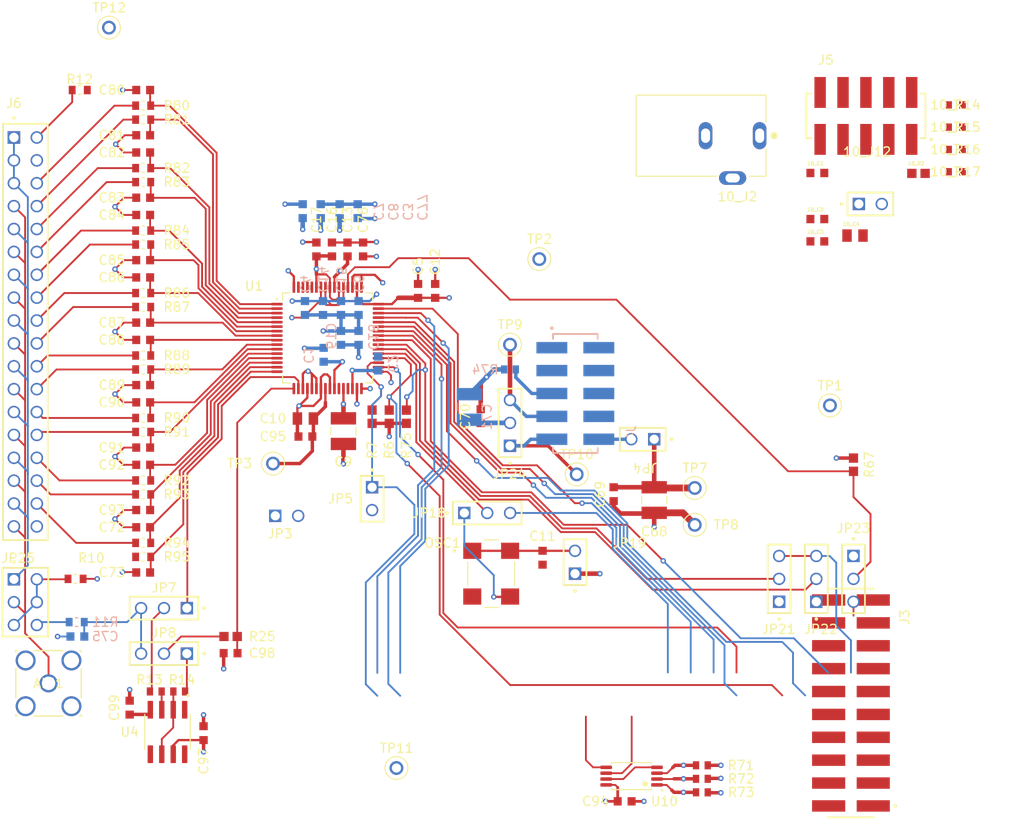
<source format=kicad_pcb>
(kicad_pcb (version 20240108) (generator "pcbnew") (generator_version "8.0")
  (layers (0 "F.Cu" signal) (1 "In1.Cu" signal) (2 "In2.Cu" signal) (31 "B.Cu" signal) (34 "B.Paste" user) (35 "F.Paste" user) (36 "B.SilkS" user "B.Silkscreen") (37 "F.SilkS" user "F.Silkscreen") (38 "B.Mask" user) (39 "F.Mask" user) (44 "Edge.Cuts" user))
  (net 0 "")
  (net 1 "11")
  (net 2 "AVSS")
  (net 3 "VCAP4")
  (net 4 "GNDA")
  (net 5 "VCAP2")
  (net 6 "VCAP3")
  (net 7 "AVDD")
  (net 8 "VCAP1")
  (net 9 "VREFP")
  (net 10 "Net-(OSC1-E{slash}D)")
  (net 11 "AIN1N")
  (net 12 "AIN1P")
  (net 13 "REF_ELEC")
  (net 14 "AIN8N")
  (net 15 "AIN8P")
  (net 16 "AIN7N")
  (net 17 "AIN7P")
  (net 18 "AIN6N")
  (net 19 "AIN6P")
  (net 20 "AIN5N")
  (net 21 "AIN5P")
  (net 22 "AIN4N")
  (net 23 "AIN4P")
  (net 24 "AIN3N")
  (net 25 "AIN3P")
  (net 26 "AIN2N")
  (net 27 "AIN2P")
  (net 28 "Net-(U4-V-)")
  (net 29 "36")
  (net 30 "10")
  (net 31 "20")
  (net 32 "1")
  (net 33 "24")
  (net 34 "28")
  (net 35 "14")
  (net 36 "32")
  (net 37 "26")
  (net 38 "18")
  (net 39 "6")
  (net 40 "22")
  (net 41 "8")
  (net 42 "12")
  (net 44 "30")
  (net 45 "34")
  (net 46 "16")
  (net 47 "Net-(J6-Pad02)")
  (net 48 "SRB2")
  (net 49 "{slash}PWDN")
  (net 50 "Net-(JP8-Pad02)")
  (net 51 "Net-(U4--IN)")
  (net 52 "EXT_CLK")
  (net 53 "CLK")
  (net 54 "Net-(OSC1-OUTPUT)")
  (net 55 "DVDD")
  (net 56 "Net-(JP25-Pad02)")
  (net 57 "Net-(JP25-Pad06)")
  (net 58 "{slash}RESET")
  (net 59 "BIAS_SHD")
  (net 60 "Net-(U4-+IN)")
  (net 61 "SRB1")
  (net 62 "SPI_CS")
  (net 64 "GPIO1")
  (net 65 "SPI_START")
  (net 66 "GPIO4")
  (net 67 "DAISY_IN")
  (net 68 "CLKSEL")
  (net 69 "GPIO3")
  (net 70 "GPIO2")
  (net 71 "SPI_DRDY")
  (net 72 "SPI_IN")
  (net 73 "SPI_CLK")
  (net 74 "SPI_OUT")
  (net 76 "Net-(JP8-Pad01)")
  (net 77 "Net-(JP7-Pad02)")
  (net 78 "GND")
  (net 79 "+5V")
  (net 80 "Net-(U2-ENABLE)")
  (net 81 "Net-(J3-Pin_14)")
  (net 83 "/SCL")
  (net 84 "/SDA")
  (net 85 "Net-(J4-Pin_10)")
  (net 86 "Net-(J3-Pin_1)")
  (net 87 "Net-(J3-Pin_7)")
  (net 88 "Net-(J3-Pin_2)")
  (net 89 "Net-(J4-Pin_7)")
  (net 90 "Net-(J4-Pin_9)")
  (net 96 "Net-(U2-NR{slash}ADJUST)")
  (net 97 "Net-(U2-VOUT)")
  (net 98 "{slash}MR1")
  (net 99 "{slash}MR2")
  (net 100 "+1V5")
  (net 101 "FB2")
  (net 102 "FB1")
  (footprint "5000:KEYSTONE_5000" (layer "F.Cu") (at 154.4 66.4)
    (property "Reference" "TP10")
    (property "Value" "5001" (hide yes))
  )
  (footprint "5001:KEYSTONE_5001" (layer "F.Cu") (at 150.25 42.5)
    (property "Reference" "TP2")
    (property "Value" "5001" (hide yes))
  )
  (footprint "SSW-105-22-F-D-VS-K:SAMTEC_SSW-105-22-F-D-VS-K" (layer "F.Cu") (at 186.4894 26.605)
    (property "Reference" "J5")
    (property "Value" "~")
  )
  (footprint "RC0603FR-074K99L:RESC1608X60N" (layer "F.Cu") (at 106.3 75.559694 180)
    (property "Reference" "R95")
    (property "Value" "4.99K" (hide yes))
  )
  (footprint "5001:KEYSTONE_5001" (layer "F.Cu") (at 102.5 16.8)
    (property "Reference" "TP12")
    (property "Value" "5001" (hide yes))
  )
  (footprint "RC0603FR-079K31L:RC0603N_YAG" (layer "F.Cu") (at 196.4253 25.3804)
    (property "Reference" "10_R14")
    (property "Value" "9.31K")
  )
  (footprint "PJ_102B:CUI_PJ-102B" (layer "F.Cu") (at 168.2 28.8 180)
    (property "Reference" "10_J2")
    (property "Value" "PJ-102B")
  )
  (footprint "RC0603FR-074K99L:RESC1608X60N" (layer "F.Cu") (at 106.3 61.690278 180)
    (property "Reference" "R91")
    (property "Value" "4.99K" (hide yes))
  )
  (footprint "TSW-102-07-T-S:SAMTEC_TSW-102-07-T-S" (layer "F.Cu") (at 161.73 62.5 180)
    (property "Reference" "JP4")
    (property "Value" "TSW-102-07-T-S" (hide yes))
  )
  (footprint "GRM188R71H472KA01D:CAPC1608X90N" (layer "F.Cu") (at 106.3 28.750415)
    (property "Reference" "C81")
    (property "Value" "4.7nF" (hide yes))
  )
  (footprint "TSW-102-07-T-S:SAMTEC_TSW-102-07-T-S" (layer "F.Cu") (at 186.9794 36.3788)
    (property "Reference" "10_J12")
    (property "Value" "TSW-102-07-T-S")
  )
  (footprint "RC0603FR-074K99L:RESC1608X60N" (layer "F.Cu") (at 106.3 67.072509 180)
    (property "Reference" "R92")
    (property "Value" "4.99K" (hide yes))
  )
  (footprint "GRM188R71H472KA01D:CAPC1608X90N" (layer "F.Cu") (at 106.3 51.469416 180)
    (property "Reference" "C88")
    (property "Value" "4.7nF" (hide yes))
  )
  (footprint "5001:KEYSTONE_5001" (layer "F.Cu") (at 182.5 58.75)
    (property "Reference" "TP1")
    (property "Value" "5001" (hide yes))
  )
  (footprint "GRM188R71H472KA01D:CAPC1608X90N" (layer "F.Cu") (at 106.3 30.665292 180)
    (property "Reference" "C82")
    (property "Value" "4.7nF" (hide yes))
  )
  (footprint "RC0402JR-070RL:RESC1005X40" (layer "F.Cu") (at 168.29 101.7 180)
    (property "Reference" "R73")
    (property "Value" "0" (hide yes))
  )
  (footprint "24AA256-I_ST:SOP8P65_300X640X120L60X24N" (layer "F.Cu") (at 160.49 99.9 180)
    (property "Reference" "U10")
    (property "Value" "24AA256-I/ST" (hide yes))
  )
  (footprint "GRM188R61E105KA12D:CAPC1608X90N" (layer "F.Cu") (at 150.6125 75.655 -90)
    (property "Reference" "C11")
    (property "Value" "1uF" (hide yes))
  )
  (footprint "GRM188R71H472KA01D:CAPC1608X90N" (layer "F.Cu") (at 106.3 49.554539)
    (property "Reference" "C87")
    (property "Value" "4.7nF" (hide yes))
  )
  (footprint "TSW-102-07-T-S:SAMTEC_TSW-102-07-T-S" (layer "F.Cu") (at 154.2125 76.155 90)
    (property "Reference" "JP19")
    (property "Value" "TSW-102-07-T-S" (hide yes))
  )
  (footprint "RC0603FR-0710KL:RESC1607X60N" (layer "F.Cu") (at 192.3224 32.986)
    (property "Reference" "10_R2")
    (property "Value" "10K")
  )
  (footprint "132134:132134_AMP" (layer "F.Cu") (at 95.8 89.6)
    (property "Reference" "AIN1")
    (property "Value" "AIN1" (hide yes))
  )
  (footprint "5000:KEYSTONE_5000" (layer "F.Cu") (at 167.5 67.91)
    (property "Reference" "TP7")
    (property "Value" "5001" (hide yes))
  )
  (footprint "TSW-103-07-T-S:SAMTEC_TSW-103-07-T-S" (layer "F.Cu") (at 176.86 78 90)
    (property "Reference" "JP21")
    (property "Value" "TSW-103-07-T-S" (hide yes))
  )
  (footprint "GRM188R71H472KA01D:CAPC1608X90N" (layer "F.Cu") (at 106.3 65.338832 180)
    (property "Reference" "C92")
    (property "Value" "4.7nF" (hide yes))
  )
  (footprint "RC0603FR-074K99L:RESC1608X60N" (layer "F.Cu") (at 106.3 40.886154 180)
    (property "Reference" "R85")
    (property "Value" "4.99K" (hide yes))
  )
  (footprint "GRM188R71H104KA93D:CAPC1608X90N" (layer "F.Cu") (at 124.3 62.2 180)
    (property "Reference" "C95")
    (property "Value" "0.1uF" (hide yes))
  )
  (footprint "TSW-103-07-T-S:SAMTEC_TSW-103-07-T-S" (layer "F.Cu") (at 108.61 81.25 180)
    (property "Reference" "JP7")
    (property "Value" "TSW-103-07-T-S" (hide yes))
  )
  (footprint "OPA376AID:SOIC127P599X175-8N" (layer "F.Cu") (at 109 95 -90)
    (property "Reference" "U4")
    (property "Value" "OPA376" (hide yes))
  )
  (footprint "GRM188R71H472KA01D:CAPC1608X90N" (layer "F.Cu") (at 106.3 70.358663)
    (property "Reference" "C93")
    (property "Value" "4.7nF" (hide yes))
  )
  (footprint "RC0603FR-074K99L:RESC1608X60N" (layer "F.Cu") (at 106.3 60.137801 180)
    (property "Reference" "R90")
    (property "Value" "4.99K" (hide yes))
  )
  (footprint "GRM188R71H472KA01D:CAPC1608X90N" (layer "F.Cu") (at 106.3 72.27354 180)
    (property "Reference" "C72")
    (property "Value" "4.7nF" (hide yes))
  )
  (footprint "SSW-118-21-F-D:SAMTEC_SSW-118-21-F-D" (layer "F.Cu") (at 94.96 29 90)
    (property "Reference" "J6")
    (property "Value" "36PIN_IDC" (hide yes))
  )
  (footprint "5000:KEYSTONE_5000" (layer "F.Cu") (at 120.7 65.2)
    (property "Reference" "TP3")
    (property "Value" "5000" (hide yes))
  )
  (footprint "RC0603FR-0710KL:RESC1607X60N" (layer "F.Cu") (at 131.7 60 90)
    (property "Reference" "R7")
    (property "Value" "10K" (hide yes))
  )
  (footprint "GRM188R61E105KA12D:CAPC1608X90N" (layer "F.Cu") (at 104.8 92.3 90)
    (property "Reference" "C99")
    (property "Value" "1uF" (hide yes))
  )
  (footprint "RC0603JR-070RL:RESC1607X60N" (layer "F.Cu") (at 116 84.4 180)
    (property "Reference" "R25")
    (property "Value" "0" (hide yes))
  )
  (footprint "GRM188R71H104KA93D:CAPC1608X90N" (layer "F.Cu") (at 143.75 59.9375 90)
    (property "Reference" "C70")
    (property "Value" "0.1uF" (hide yes))
  )
  (footprint "RC0603FR-074K99L:RESC1608X60N" (layer "F.Cu") (at 106.3 46.268385 180)
    (property "Reference" "R86")
    (property "Value" "4.99K" (hide yes))
  )
  (footprint "GRM188R71H103KA01D:CAPC1608X90N" (layer "F.Cu") (at 181.0994 38.0538)
    (property "Reference" "10_C2")
    (property "Value" "0.01uF")
  )
  (footprint "TSW-103-07-T-S:SAMTEC_TSW-103-07-T-S" (layer "F.Cu") (at 147 60.6875 90)
    (property "Reference" "JP24")
    (property "Value" "TSW-103-07-T-S" (hide yes))
  )
  (footprint "RC0603FR-074K99L:RESC1608X60N" (layer "F.Cu") (at 106.3 54.75557 180)
    (property "Reference" "R89")
    (property "Value" "4.99K" (hide yes))
  )
  (footprint "GRM188R71H472KA01D:CAPC1608X90N" (layer "F.Cu") (at 106.3 23.730584 180)
    (property "Reference" "C80")
    (property "Value" "4.7nF" (hide yes))
  )
  (footprint "RC0603FR-074K99L:RESC1608X60N" (layer "F.Cu") (at 106.3 68.624986 180)
    (property "Reference" "R93")
    (property "Value" "4.99K" (hide yes))
  )
  (footprint "GRM188R71H104KA93D:CAPC1608X90N" (layer "F.Cu") (at 159.72 102.7)
    (property "Reference" "C94")
    (property "Value" "0.1uF" (hide yes))
  )
  (footprint "RC0603FR-074K99L:RESC1608X60N" (layer "F.Cu") (at 106.3 33.951446 180)
    (property "Reference" "R83")
    (property "Value" "4.99K" (hide yes))
  )
  (footprint "RC0603FR-074K99L:RESC1608X60N" (layer "F.Cu") (at 106.3 74.007217 180)
    (property "Reference" "R94")
    (property "Value" "4.99K" (hide yes))
  )
  (footprint "RC0402JR-070RL:RESC1005X40" (layer "F.Cu") (at 168.29 100.2 180)
    (property "Reference" "R72")
    (property "Value" "0" (hide yes))
  )
  (footprint "GRM219R61A106KE44D:CAPC2012X95N" (layer "F.Cu") (at 124.3 60.2 180)
    (property "Reference" "C10")
    (property "Value" "10uF" (hide yes))
  )
  (footprint "RC0603FR-074K99L:RESC1608X60N" (layer "F.Cu") (at 106.3 39.333677 180)
    (property "Reference" "R84")
    (property "Value" "4.99K" (hide yes))
  )
  (footprint "LMK325BJ107MM_T:CAPC3225X280N" (layer "F.Cu") (at 163 69.25 -90)
    (property "Reference" "C68")
    (property "Value" "100uF" (hide yes))
  )
  (footprint "GRM188R61E105KA12D:CAPC1608X90N" (layer "F.Cu") (at 130.7 41.43 -90)
    (property "Reference" "C76")
    (property "Value" "1uF" (hide yes))
  )
  (footprint "ADS1299CPAG:QFP64P50_1200X1200X120L60X22N" (layer "F.Cu") (at 126.77 51.25)
    (property "Reference" "U1")
    (property "Value" "ADS1299IPAG" (hide yes))
  )
  (footprint "GRM188R71H472KA01D:CAPC1608X90N" (layer "F.Cu") (at 106.3 58.404124 180)
    (property "Reference" "C90")
    (property "Value" "4.7nF" (hide yes))
  )
  (footprint "GRM188R71H472KA01D:CAPC1608X90N" (layer "F.Cu") (at 106.3 63.423955)
    (property "Reference" "C91")
    (property "Value" "4.7nF" (hide yes))
  )
  (footprint "RC0603FR-074K99L:RESC1608X60N" (layer "F.Cu") (at 106.3 47.820862 180)
    (property "Reference" "R87")
    (property "Value" "4.99K" (hide yes))
  )
  (footprint "FXO-HC735:XTAL_FXO-HC735-8" (layer "F.Cu") (at 144.9125 77.425 -90)
    (property "Reference" "OSC1")
    (property "Value" "HC735-2.048MHZ" (hide yes))
  )
  (footprint "TSW-103-07-T-S:SAMTEC_TSW-103-07-T-S" (layer "F.Cu") (at 108.61 86.3 180)
    (property "Reference" "JP8")
    (property "Value" "TSW-103-07-T-S" (hide yes))
  )
  (footprint "TSW-103-07-T-D:SAMTEC_TSW-103-07-T-D" (layer "F.Cu") (at 93.23 80.5875 -90)
    (property "Reference" "JP25")
    (property "Value" "TSW-103-07-T-D" (hide yes))
  )
  (footprint "RC0603FR-074K99L:RESC1608X60N" (layer "F.Cu") (at 99.2618 23.730584)
    (property "Reference" "R12")
    (property "Value" "4.99K" (hide yes))
  )
  (footprint "GRM188R71H104KA93D:CAPC1608X90N" (layer "F.Cu") (at 158.5 68.6 -90)
    (property "Reference" "C69")
    (property "Value" "0.1uF" (hide yes))
  )
  (footprint "GRM188R71H472KA01D:CAPC1608X90N" (layer "F.Cu") (at 106.3 42.619831)
    (property "Reference" "C85")
    (property "Value" "4.7nF" (hide yes))
  )
  (footprint "GRM188R71H472KA01D:CAPC1608X90N" (layer "F.Cu") (at 106.3 77.293394)
    (property "Reference" "C73")
    (property "Value" "4.7nF" (hide yes))
  )
  (footprint "5001:KEYSTONE_5001" (layer "F.Cu") (at 134.4 99)
    (property "Reference" "TP11")
    (property "Value" "5001" (hide yes))
  )
  (footprint "RC0603FR_0751K1L:RC0603N_YAG" (layer "F.Cu") (at 196.4253 27.8536)
    (property "Reference" "10_R15")
    (property "Value" "51.1K")
  )
  (footprint "TSM-110-01-T-DV-P-TR:SAMTEC_TSM-110-01-T-DV-P-TR" (layer "F.Cu") (at 184.83 91.78 -90)
    (property "Reference" "J3")
    (property "Value" "Conn_02x10_Odd_Even")
  )
  (footprint "GRM188R61E105KA12D:CAPC1608X90N" (layer "F.Cu") (at 125.52 41.43 90)
    (property "Reference" "C17")
    (property "Value" "1uF" (hide yes))
  )
  (footprint "RC0402JR-070RL:RESC1005X40" (layer "F.Cu") (at 110.3 90.5 180)
    (property "Reference" "R14")
    (property "Value" "0" (hide yes))
  )
  (footprint "RC0603FR-0710KL:RESC1607X60N" (layer "F.Cu") (at 135.5 60 90)
    (property "Reference" "R75")
    (property "Value" "10K" (hide yes))
  )
  (footprint "RC0603FR-074K99L:RESC1608X60N" (layer "F.Cu") (at 98.8 78)
    (property "Reference" "R10")
    (property "Value" "4.99K" (hide yes))
  )
  (footprint "GRM188R71H472KA01D:CAPC1608X90N" (layer "F.Cu") (at 106.3 35.685123)
    (property "Reference" "C83")
    (property "Value" "4.7nF" (hide yes))
  )
  (footprint "RC0402JR-070RL:RESC1005X40" (layer "F.Cu") (at 107.7 90.5 180)
    (property "Reference" "R13")
    (property "Value" "0" (hide yes))
  )
  (footprint "RC0603FR-0710KL:RESC1607X60N" (layer "F.Cu") (at 133.6 60 90)
    (property "Reference" "R6")
    (property "Value" "10K" (hide yes))
  )
  (footprint "5001:KEYSTONE_5001" (layer "F.Cu") (at 167.5 72)
    (property "Reference" "TP8")
    (property "Value" "5001" (hide yes))
  )
  (footprint "GRM188R71H472KA01D:CAPC1608X90N" (layer "F.Cu") (at 106.3 56.489247)
    (property "Reference" "C89")
    (property "Value" "4.7nF" (hide yes))
  )
  (footprint "TSW-102-07-T-S:SAMTEC_TSW-102-07-T-S" (layer "F.Cu") (at 131.7 69.1 -90)
    (property "Reference" "JP5")
    (property "Value" "TSW-102-07-T-S" (hide yes))
  )
  (footprint "RC0603FR-074K99L:RESC1608X60N" (layer "F.Cu") (at 106.3 32.398969 180)
    (property "Reference" "R82")
    (property "Value" "4.99K" (hide yes))
  )
  (footprint "GRM219R61A106KE44D:CAPC2012X95N" (layer "F.Cu") (at 185.2794 39.8888)
    (property "Reference" "10_C4")
    (property "Value" "10uF")
  )
  (footprint "GRM188R71H104KA93D:CAPC1608X90N" (layer "F.Cu") (at 181.0994 32.94)
    (property "Reference" "10_C1")
    (property "Value" "0.1uF")
  )
  (footprint "RC0603FR-074K99L:RESC1608X60N" (layer "F.Cu") (at 106.3 25.464261 180)
    (property "Reference" "R80")
    (property "Value" "4.99K" (hide yes))
  )
  (footprint "GRM188R71H472KA01D:CAPC1608X90N" (layer "F.Cu") (at 106.3 44.534708 180)
    (property "Reference" "C86")
    (property "Value" "4.7nF" (hide yes))
  )
  (footprint "5000:KEYSTONE_5000" (layer "F.Cu") (at 147 52)
    (property "Reference" "TP9")
    (property "Value" "5001" (hide yes))
  )
  (footprint "GRM188R61E105KA12D:CAPC1608X90N" (layer "F.Cu") (at 136.8 46.03 90)
    (property "Reference" "C5")
    (property "Value" "1uF" (hide yes))
  )
  (footprint "GRM188R71H104KA93D:CAPC1608X90N" (layer "F.Cu") (at 181.0994 40.5338)
    (property "Reference" "10_C3")
    (property "Value" "0.1uF")
  )
  (footprint "RC0603FR-0730K1L:RC0603N_YAG" (layer "F.Cu") (at 196.4253 30.3268)
    (property "Reference" "10_R16")
    (property "Value" "30.1K")
  )
  (footprint "RC0402JR-070RL:RESC1005X40" (layer "F.Cu") (at 168.29 98.7 180)
    (property "Reference" "R71")
    (property "Value" "0" (hide yes))
  )
  (footprint "GRM188R71H104KA93D:CAPC1608X90N" (layer "F.Cu") (at 127.246666 41.43 90)
    (property "Reference" "C16")
    (property "Value" "0.1uF" (hide yes))
  )
  (footprint "TSW-103-07-T-S:SAMTEC_TSW-103-07-T-S" (layer "F.Cu") (at 185.11 78 -90)
    (property "Reference" "JP23")
    (property "Value" "TSW-103-07-T-S" (hide yes))
  )
  (footprint "GRM188R71H104KA93D:CAPC1608X90N" (layer "F.Cu") (at 116 86.25 180)
    (property "Reference" "C98")
    (property "Value" "0.01uF" (hide yes))
  )
  (footprint "GRM188R71H472KA01D:CAPC1608X90N" (layer "F.Cu") (at 106.3 37.6 180)
    (property "Reference" "C84")
    (property "Value" "4.7nF" (hide yes))
  )
  (footprint "TSW-103-07-T-S:SAMTEC_TSW-103-07-T-S" (layer "F.Cu") (at 144.4725 70.685)
    (property "Reference" "JP18")
    (property "Value" "TSW-103-07-T-S" (hide yes))
  )
  (footprint "LMK325BJ107MM_T:CAPC3225X280N" (layer "F.Cu") (at 128.52 61.6 -90)
    (property "Reference" "C9")
    (property "Value" "100uF" (hide yes))
  )
  (footprint "RC0603FR-074K99L:RESC1608X60N" (layer "F.Cu") (at 106.3 27.016738 180)
    (property "Reference" "R81")
    (property "Value" "4.99K" (hide yes))
  )
  (footprint "GRM188R61E105KA12D:CAPC1608X90N" (layer "F.Cu") (at 113 95.13 90)
    (property "Reference" "C97")
    (property "Value" "1uF" (hide yes))
  )
  (footprint "GRM188R71H104KA93D:CAPC1608X90N" (layer "F.Cu") (at 128.973332 41.43 90)
    (property "Reference" "C13")
    (property "Value" "0.1uF" (hide yes))
  )
  (footprint "RC0603FR-0710KL:RESC1607X60N" (layer "F.Cu") (at 185.11 65.325 -90)
    (property "Reference" "R67")
    (property "Value" "10K" (hide yes))
  )
  (footprint "RC0603FR-0730K1L:RC0603N_YAG" (layer "F.Cu") (at 196.4253 32.8)
    (property "Reference" "10_R17")
    (property "Value" "30.1K")
  )
  (footprint "RC0603FR-074K99L:RESC1608X60N" (layer "F.Cu") (at 106.3 53.203093 180)
    (property "Reference" "R88")
    (property "Value" "4.99K" (hide yes))
  )
  (footprint "TSW-103-07-T-S:SAMTEC_TSW-103-07-T-S" (layer "F.Cu") (at 180.985 78 90)
    (property "Reference" "JP22")
    (property "Value" "TSW-103-07-T-S" (hide yes))
  )
  (footprint "GRM188R71H104KA93D:CAPC1608X90N" (layer "F.Cu") (at 138.7 46.03 90)
    (property "Reference" "C12")
    (property "Value" "0.1uF" (hide yes))
  )
  (footprint "GRM188R71H472KA01D:CAPC1608X90N" (layer "B.Cu") (at 99 84.4 180)
    (property "Reference" "C75")
    (property "Value" "4.7nF" (hide yes))
  )
  (footprint "GRM188R61E105KA12D:CAPC1608X90N" (layer "B.Cu") (at 130.1 37.175 -90)
    (property "Reference" "C77")
    (property "Value" "1uF" (hide yes))
  )
  (footprint "SSW-105-22-F-D-VS-K:SAMTEC_SSW-105-22-F-D-VS-K" (layer "B.Cu") (at 154.25 57.42 90)
    (property "Reference" "J4")
    (property "Value" "~" (hide yes))
  )
  (footprint "" (layer "B.Cu") (at 120.96 71 -90)
    (property "Reference" "")
    (property "Value" "")
  )
  (footprint "" (layer "B.Cu") (at 123.5 71 -90)
    (property "Reference" "")
    (property "Value" "")
  )
  (footprint "GRM188R61E105KA12D:CAPC1608X90N" (layer "B.Cu") (at 126.325 53.125 90)
    (property "Reference" "C1")
    (property "Value" "1uF" (hide yes))
  )
  (footprint "GRM188R71H104KA93D:CAPC1608X90N" (layer "B.Cu") (at 126.25 47.93 90)
    (property "Reference" "C14")
    (property "Value" "0.1uF" (hide yes))
  )
  (footprint "RC0402JR-070RL:RESC1005X40" (layer "B.Cu") (at 147 54.75 180)
    (property "Reference" "R74")
    (property "Value" "0" (hide yes))
  )
  (footprint "GRM188R61E105KA12D:CAPC1608X90N" (layer "B.Cu") (at 126 37.175 90)
    (property "Reference" "C8")
    (property "Value" "1uF" (hide yes))
  )
  (footprint "GRM188R61E105KA12D:CAPC1608X90N" (layer "B.Cu") (at 132.375 54.1 90)
    (property "Reference" "C2")
    (property "Value" "1uF" (hide yes))
  )
  (footprint "GRM188R61E105KA12D:CAPC1608X90N" (layer "B.Cu") (at 124 37.175 90)
    (property "Reference" "C7")
    (property "Value" "1uF" (hide yes))
  )
  (footprint "GRM188R71H104KA93D:CAPC1608X90N" (layer "B.Cu") (at 128.25 51.25 -90)
    (property "Reference" "C19")
    (property "Value" "0.1uF" (hide yes))
  )
  (footprint "GRM188R71H104KA93D:CAPC1608X90N" (layer "B.Cu") (at 130.2 51.25 -90)
    (property "Reference" "C18")
    (property "Value" "0.1uF" (hide yes))
  )
  (footprint "GRM188R61E105KA12D:CAPC1608X90N" (layer "B.Cu") (at 128.1 37.175 90)
    (property "Reference" "C3")
    (property "Value" "1uF" (hide yes))
  )
  (footprint "GRM188R71H104KA93D:CAPC1608X90N" (layer "B.Cu") (at 128.25 47.93 90)
    (property "Reference" "C15")
    (property "Value" "0.1uF" (hide yes))
  )
  (footprint "RC0603FR-074K99L:RESC1608X60N" (layer "B.Cu") (at 98.925 82.8)
    (property "Reference" "R11")
    (property "Value" "4.99K" (hide yes))
  )
  (footprint "GRM188R61E105KA12D:CAPC1608X90N" (layer "B.Cu") (at 124.25 47.93 90)
    (property "Reference" "C4")
    (property "Value" "1uF" (hide yes))
  )
  (footprint "GRM188R61E105KA12D:CAPC1608X90N" (layer "B.Cu") (at 130.2 47.93 90)
    (property "Reference" "C6")
    (property "Value" "1uF" (hide yes))
  )
  (footprint "LMK325BJ107MM_T:CAPC3225X280N" (layer "B.Cu") (at 142.5 58.92 90)
    (property "Reference" "C71")
    (property "Value" "100uF" (hide yes))
  )
  (gr_line (start 107.1 93.05) (end 104.75 93.05) (stroke (width 0.381)) (layer "F.Cu") (net 28))
  (gr_text "JP3\n" (at 121.5 73 0) (layer "F.SilkS") (effects (font (size 1.016 1.016))))
  (segment (start 93.2 42.94) (end 91.96 41.7) (width 0.2032) (layer "F.Cu") (net 1))
  (segment (start 93.2 37.86) (end 91.96 36.62) (width 0.2032) (layer "F.Cu") (net 1))
  (segment (start 93.2 48.02) (end 93.2 42.94) (width 0.2032) (layer "F.Cu") (net 1))
  (segment (start 93.2 84.05) (end 95.8 86.65) (width 0.2032) (layer "F.Cu") (net 1))
  (segment (start 93.2 68.34) (end 93.2 63.26) (width 0.2032) (layer "F.Cu") (net 1))
  (segment (start 93.2 73.42) (end 93.2 68.34) (width 0.2032) (layer "F.Cu") (net 1))
  (segment (start 93.2 42.94) (end 93.2 37.86) (width 0.2032) (layer "F.Cu") (net 1))
  (segment (start 93.2 58.18) (end 91.96 56.94) (width 0.2032) (layer "F.Cu") (net 1))
  (segment (start 93.2 68.34) (end 91.96 67.1) (width 0.2032) (layer "F.Cu") (net 1))
  (segment (start 93.2 63.26) (end 93.2 58.18) (width 0.2032) (layer "F.Cu") (net 1))
  (segment (start 93.2 58.18) (end 93.2 53.1) (width 0.2032) (layer "F.Cu") (net 1))
  (segment (start 93.2 48.02) (end 91.96 46.78) (width 0.2032) (layer "F.Cu") (net 1))
  (segment (start 95.8 86.65) (end 95.8 89.6) (width 0.2032) (layer "F.Cu") (net 1))
  (segment (start 93.2 53.1) (end 91.96 51.86) (width 0.2032) (layer "F.Cu") (net 1))
  (segment (start 91.96 80.5875) (end 93.2 81.8275) (width 0.2032) (layer "F.Cu") (net 1))
  (segment (start 93.2 73.42) (end 91.96 72.18) (width 0.2032) (layer "F.Cu") (net 1))
  (segment (start 93.2 63.26) (end 91.96 62.02) (width 0.2032) (layer "F.Cu") (net 1))
  (segment (start 93.2 81.8275) (end 93.2 73.42) (width 0.2032) (layer "F.Cu") (net 1))
  (segment (start 93.2 81.8275) (end 93.2 84.05) (width 0.2032) (layer "F.Cu") (net 1))
  (segment (start 93.2 53.1) (end 93.2 48.02) (width 0.2032) (layer "F.Cu") (net 1))
  (segment (start 123.6 58.8) (end 123.412 58.988) (width 0.254) (layer "F.Cu") (net 2))
  (segment (start 127.720771 47.6) (end 128 47.6) (width 0.2032) (layer "F.Cu") (net 2))
  (segment (start 127.720771 47.6) (end 127.2 47.6) (width 0.2032) (layer "F.Cu") (net 2))
  (segment (start 126.02 56.88) (end 126.02 57.98) (width 0.254) (layer "F.Cu") (net 2))
  (segment (start 123.412 62.082) (end 123.53 62.2) (width 0.381) (layer "F.Cu") (net 2))
  (segment (start 130.52 56.88) (end 131.48 56.88) (width 0.254) (layer "F.Cu") (net 2))
  (segment (start 127.02 55.62) (end 127.02 56.88) (width 0.254) (layer "F.Cu") (net 2))
  (segment (start 126.7 55.3) (end 127.02 55.62) (width 0.254) (layer "F.Cu") (net 2))
  (segment (start 130.7 40.6) (end 132.18 40.6) (width 0.254) (layer "F.Cu") (net 2))
  (segment (start 126.02 45.62) (end 126.02 47.02) (width 0.2032) (layer "F.Cu") (net 2))
  (segment (start 126.35 55.3) (end 126.7 55.3) (width 0.254) (layer "F.Cu") (net 2))
  (segment (start 127.2 47.6) (end 126.52 46.92) (width 0.2032) (layer "F.Cu") (net 2))
  (segment (start 126.52 46.92) (end 126.52 45.62) (width 0.2032) (layer "F.Cu") (net 2))
  (segment (start 123.412 60.2) (end 123.412 62.082) (width 0.381) (layer "F.Cu") (net 2))
  (segment (start 128.52 47.08) (end 128.52 45.62) (width 0.2032) (layer "F.Cu") (net 2))
  (segment (start 123.412 58.988) (end 123.412 60.2) (width 0.254) (layer "F.Cu") (net 2))
  (segment (start 126.6 47.6) (end 127.720771 47.6) (width 0.2032) (layer "F.Cu") (net 2))
  (segment (start 126.02 47.02) (end 124.04 49) (width 0.2032) (layer "F.Cu") (net 2))
  (segment (start 126.02 47.02) (end 126.6 47.6) (width 0.2032) (layer "F.Cu") (net 2))
  (segment (start 126.02 57.98) (end 125.2 58.8) (width 0.254) (layer "F.Cu") (net 2))
  (segment (start 123.6 58.8) (end 123.412 58.988) (width 0.254) (layer "F.Cu") (net 2))
  (segment (start 126.02 55.63) (end 126.35 55.3) (width 0.254) (layer "F.Cu") (net 2))
  (segment (start 128.52 63.02) (end 128.52 65.23) (width 0.508) (layer "F.Cu") (net 2))
  (segment (start 124.52 56.88) (end 124.52 57.88) (width 0.254) (layer "F.Cu") (net 2))
  (segment (start 127.246666 40.66) (end 130.7 40.66) (width 0.254) (layer "F.Cu") (net 2))
  (segment (start 126.02 56.88) (end 126.02 55.63) (width 0.254) (layer "F.Cu") (net 2))
  (segment (start 125.2 58.8) (end 123.6 58.8) (width 0.254) (layer "F.Cu") (net 2))
  (segment (start 124.52 57.88) (end 123.6 58.8) (width 0.254) (layer "F.Cu") (net 2))
  (segment (start 128 47.6) (end 128.52 47.08) (width 0.2032) (layer "F.Cu") (net 2))
  (segment (start 124.04 49) (end 122.8 49) (width 0.2032) (layer "F.Cu") (net 2))
  (via (at 132 36.4) (size 0.6) (drill 0.3) (layers "F.Cu" "B.Cu") (net 2))
  (via (at 132.18 40.6) (size 0.6) (drill 0.3) (layers "F.Cu" "B.Cu") (net 2))
  (via (at 123.6 58.8) (size 0.6) (drill 0.3) (layers "F.Cu" "B.Cu") (net 2))
  (via (at 124.2 52.4) (size 0.6) (drill 0.3) (layers "F.Cu" "B.Cu") (net 2))
  (via (at 122.84 47.16) (size 0.6) (drill 0.3) (layers "F.Cu" "B.Cu") (net 2))
  (via (at 122.8 49) (size 0.6) (drill 0.3) (layers "F.Cu" "B.Cu") (net 2))
  (via (at 132.2 46.4) (size 0.6) (drill 0.3) (layers "F.Cu" "B.Cu") (net 2))
  (via (at 131.48 56.88) (size 0.6) (drill 0.3) (layers "F.Cu" "B.Cu") (net 2))
  (via (at 128.52 65.23) (size 0.6) (drill 0.3) (layers "F.Cu" "B.Cu") (net 2))
  (segment (start 124.25 47.16) (end 122.84 47.16) (width 0.254) (layer "B.Cu") (net 2))
  (segment (start 124.2 52.4) (end 126.275 52.4) (width 0.381) (layer "B.Cu") (net 2))
  (segment (start 130.2 47.16) (end 128.25 47.16) (width 0.254) (layer "B.Cu") (net 2))
  (segment (start 128.1 36.405) (end 130.1 36.405) (width 0.381) (layer "B.Cu") (net 2))
  (segment (start 126.25 47.16) (end 124.25 47.16) (width 0.254) (layer "B.Cu") (net 2))
  (segment (start 128.25 47.16) (end 126.25 47.16) (width 0.254) (layer "B.Cu") (net 2))
  (segment (start 131.44 47.16) (end 130.2 47.16) (width 0.254) (layer "B.Cu") (net 2))
  (segment (start 130.17 47.16) (end 130.2 47.19) (width 0.254) (layer "B.Cu") (net 2))
  (segment (start 130.1 36.405) (end 131.995 36.405) (width 0.381) (layer "B.Cu") (net 2))
  (segment (start 132.2 46.4) (end 131.44 47.16) (width 0.254) (layer "B.Cu") (net 2))
  (segment (start 126 36.405) (end 128.1 36.405) (width 0.381) (layer "B.Cu") (net 2))
  (segment (start 131.995 36.405) (end 132 36.4) (width 0.381) (layer "B.Cu") (net 2))
  (segment (start 127.52 54.83) (end 127.52 56.88) (width 0.254) (layer "F.Cu") (net 3))
  (segment (start 128.4 53.95) (end 127.52 54.83) (width 0.254) (layer "F.Cu") (net 3))
  (segment (start 128.4 53.895) (end 128.4 53.95) (width 0.254) (layer "F.Cu") (net 3))
  (via (at 128.4 53.895) (size 0.6) (drill 0.3) (layers "F.Cu" "B.Cu") (net 3))
  (segment (start 128.4 53.895) (end 126.325 53.895) (width 0.381) (layer "B.Cu") (net 3))
  (segment (start 104.085292 51.469416) (end 105.45 51.469416) (width 0.2032) (layer "F.Cu") (net 4))
  (segment (start 133.8 56.2) (end 133.8 55.4) (width 0.2032) (layer "F.Cu") (net 4))
  (segment (start 113 94.33) (end 113 93.1) (width 0.381) (layer "F.Cu") (net 4))
  (segment (start 130.5 44.25) (end 132 44.25) (width 0.254) (layer "F.Cu") (net 4))
  (segment (start 132.875 45.125) (end 133 45.25) (width 0.254) (layer "F.Cu") (net 4))
  (segment (start 104.085292 65.338832) (end 105.45 65.338832) (width 0.2032) (layer "F.Cu") (net 4))
  (segment (start 129.52 44.48) (end 129.75 44.25) (width 0.254) (layer "F.Cu") (net 4))
  (segment (start 104.085292 72.27354) (end 105.45 72.27354) (width 0.2032) (layer "F.Cu") (net 4))
  (segment (start 105.53 23.730584) (end 104.019416 23.730584) (width 0.2032) (layer "F.Cu") (net 4))
  (segment (start 105.45 35.685123) (end 104.169585 35.685123) (width 0.2032) (layer "F.Cu") (net 4))
  (segment (start 125.47 40.61) (end 125.52 40.66) (width 0.254) (layer "F.Cu") (net 4))
  (segment (start 103.17 64.42354) (end 104.085292 65.338832) (width 0.2032) (layer "F.Cu") (net 4))
  (segment (start 105.45 56.489247) (end 104.169585 56.489247) (width 0.2032) (layer "F.Cu") (net 4))
  (segment (start 129.75 44.25) (end 130.5 44.25) (width 0.254) (layer "F.Cu") (net 4))
  (segment (start 104.8 91.53) (end 104.8 90.3) (width 0.381) (layer "F.Cu") (net 4))
  (segment (start 103.17 43.619416) (end 104.085292 44.534708) (width 0.2032) (layer "F.Cu") (net 4))
  (segment (start 103.25 29.75) (end 104.165292 30.665292) (width 0.2032) (layer "F.Cu") (net 4))
  (segment (start 105.45 70.358663) (end 104.169585 70.358663) (width 0.2032) (layer "F.Cu") (net 4))
  (segment (start 103.17 36.684708) (end 104.085292 37.6) (width 0.2032) (layer "F.Cu") (net 4))
  (segment (start 104.165292 30.665292) (end 105.53 30.665292) (width 0.2032) (layer "F.Cu") (net 4))
  (segment (start 99.689416 78) (end 101.2 78) (width 0.2032) (layer "F.Cu") (net 4))
  (segment (start 104.085292 44.534708) (end 105.45 44.534708) (width 0.2032) (layer "F.Cu") (net 4))
  (segment (start 143.75 56.25) (end 144.4 55.6) (width 0.508) (layer "F.Cu") (net 4))
  (segment (start 133.8 55.4) (end 133.4 55) (width 0.2032) (layer "F.Cu") (net 4))
  (segment (start 123.02 45.62) (end 123.02 44.42) (width 0.254) (layer "F.Cu") (net 4))
  (segment (start 129.52 45.62) (end 129.52 44.48) (width 0.254) (layer "F.Cu") (net 4))
  (segment (start 103.17 71.358248) (end 104.085292 72.27354) (width 0.2032) (layer "F.Cu") (net 4))
  (segment (start 104.085292 58.404124) (end 105.45 58.404124) (width 0.2032) (layer "F.Cu") (net 4))
  (segment (start 104.085292 37.6) (end 105.45 37.6) (width 0.2032) (layer "F.Cu") (net 4))
  (segment (start 104.169585 56.489247) (end 103.17 57.488832) (width 0.2032) (layer "F.Cu") (net 4))
  (segment (start 130.02 56.88) (end 130.02 58.58) (width 0.254) (layer "F.Cu") (net 4))
  (segment (start 136.8 45.26) (end 136.8 43.65) (width 0.254) (layer "F.Cu") (net 4))
  (segment (start 103.17 50.554124) (end 104.085292 51.469416) (width 0.2032) (layer "F.Cu") (net 4))
  (segment (start 124 40.61) (end 125.47 40.61) (width 0.254) (layer "F.Cu") (net 4))
  (segment (start 105.505292 77.25) (end 103.994708 77.25) (width 0.2032) (layer "F.Cu") (net 4))
  (segment (start 143.75 59.1675) (end 143.75 56.25) (width 0.508) (layer "F.Cu") (net 4))
  (segment (start 104.169585 49.554539) (end 103.17 50.554124) (width 0.2032) (layer "F.Cu") (net 4))
  (segment (start 130.7 42.2) (end 132.18 42.2) (width 0.254) (layer "F.Cu") (net 4))
  (segment (start 105.45 63.423955) (end 104.169585 63.423955) (width 0.2032) (layer "F.Cu") (net 4))
  (segment (start 104.169585 70.358663) (end 103.17 71.358248) (width 0.2032) (layer "F.Cu") (net 4))
  (segment (start 105.45 42.619831) (end 104.169585 42.619831) (width 0.2032) (layer "F.Cu") (net 4))
  (segment (start 105.53 28.750415) (end 104.249585 28.750415) (width 0.2032) (layer "F.Cu") (net 4))
  (segment (start 130.52 45.62) (end 130.52 44.27) (width 0.254) (layer "F.Cu") (net 4))
  (segment (start 132 44.25) (end 132.875 45.125) (width 0.254) (layer "F.Cu") (net 4))
  (segment (start 105.45 49.554539) (end 104.169585 49.554539) (width 0.2032) (layer "F.Cu") (net 4))
  (segment (start 103.17 57.488832) (end 104.085292 58.404124) (width 0.2032) (layer "F.Cu") (net 4))
  (segment (start 104.169585 35.685123) (end 103.17 36.684708) (width 0.2032) (layer "F.Cu") (net 4))
  (segment (start 123.02 44.42) (end 122.4 43.8) (width 0.254) (layer "F.Cu") (net 4))
  (segment (start 104.169585 63.423955) (end 103.17 64.42354) (width 0.2032) (layer "F.Cu") (net 4))
  (segment (start 104.169585 42.619831) (end 103.17 43.619416) (width 0.2032) (layer "F.Cu") (net 4))
  (segment (start 104.249585 28.750415) (end 103.25 29.75) (width 0.2032) (layer "F.Cu") (net 4))
  (segment (start 138.7 45.26) (end 138.7 43.65) (width 0.254) (layer "F.Cu") (net 4))
  (segment (start 133.4 55) (end 132.4 55) (width 0.2032) (layer "F.Cu") (net 4))
  (segment (start 115.23 86.25) (end 115.23 87.98) (width 0.381) (layer "F.Cu") (net 4))
  (segment (start 130.52 44.27) (end 130.5 44.25) (width 0.254) (layer "F.Cu") (net 4))
  (via (at 113 93.1) (size 0.6) (drill 0.3) (layers "F.Cu" "B.Cu") (net 4))
  (via (at 122.4 43.8) (size 0.6) (drill 0.3) (layers "F.Cu" "B.Cu") (net 4))
  (via (at 124 40.61) (size 0.6) (drill 0.3) (layers "F.Cu" "B.Cu") (net 4))
  (via (at 103.17 36.684708) (size 0.6) (drill 0.3) (layers "F.Cu" "B.Cu") (net 4))
  (via (at 103.17 43.619416) (size 0.6) (drill 0.3) (layers "F.Cu" "B.Cu") (net 4))
  (via (at 138.7 43.65) (size 0.6) (drill 0.3) (layers "F.Cu" "B.Cu") (net 4))
  (via (at 103.17 71.358248) (size 0.6) (drill 0.3) (layers "F.Cu" "B.Cu") (net 4))
  (via (at 104.019416 23.730584) (size 0.6) (drill 0.3) (layers "F.Cu" "B.Cu") (net 4))
  (via (at 133.8 56.2) (size 0.6) (drill 0.3) (layers "F.Cu" "B.Cu") (net 4))
  (via (at 103.17 50.554124) (size 0.6) (drill 0.3) (layers "F.Cu" "B.Cu") (net 4))
  (via (at 130.2 53.4) (size 0.6) (drill 0.3) (layers "F.Cu" "B.Cu") (net 4))
  (via (at 144.4 55.6) (size 0.6) (drill 0.3) (layers "F.Cu" "B.Cu") (net 4))
  (via (at 122.0475 36.405) (size 0.6) (drill 0.3) (layers "F.Cu" "B.Cu") (net 4))
  (via (at 101.2 78) (size 0.6) (drill 0.3) (layers "F.Cu" "B.Cu") (net 4))
  (via (at 130.02 58.58) (size 0.6) (drill 0.3) (layers "F.Cu" "B.Cu") (net 4))
  (via (at 103.994708 77.25) (size 0.6) (drill 0.3) (layers "F.Cu" "B.Cu") (net 4))
  (via (at 103.17 57.488832) (size 0.6) (drill 0.3) (layers "F.Cu" "B.Cu") (net 4))
  (via (at 132 37.995) (size 0.6) (drill 0.3) (layers "F.Cu" "B.Cu") (net 4))
  (via (at 115.23 87.98) (size 0.6) (drill 0.3) (layers "F.Cu" "B.Cu") (net 4))
  (via (at 132.18 42.2) (size 0.6) (drill 0.3) (layers "F.Cu" "B.Cu") (net 4))
  (via (at 104.8 90.3) (size 0.6) (drill 0.3) (layers "F.Cu" "B.Cu") (net 4))
  (via (at 136.8 43.65) (size 0.6) (drill 0.3) (layers "F.Cu" "B.Cu") (net 4))
  (via (at 103.25 29.75) (size 0.6) (drill 0.3) (layers "F.Cu" "B.Cu") (net 4))
  (via (at 103.17 64.42354) (size 0.6) (drill 0.3) (layers "F.Cu" "B.Cu") (net 4))
  (via (at 96.8 84.4) (size 0.6) (drill 0.3) (layers "F.Cu" "B.Cu") (net 4))
  (via (at 132.875 45.125) (size 0.6) (drill 0.3) (layers "F.Cu" "B.Cu") (net 4))
  (segment (start 130.1 38) (end 131.995 38) (width 0.381) (layer "B.Cu") (net 4))
  (segment (start 144.4 55.6) (end 145.25 54.75) (width 0.508) (layer "B.Cu") (net 4))
  (segment (start 130.2 52.02) (end 130.2 53.4) (width 0.381) (layer "B.Cu") (net 4))
  (segment (start 98.23 84.4) (end 96.8 84.4) (width 0.2032) (layer "B.Cu") (net 4))
  (segment (start 145.25 54.75) (end 146.35 54.75) (width 0.508) (layer "B.Cu") (net 4))
  (segment (start 142.5 57.5) (end 144.4 55.6) (width 0.508) (layer "B.Cu") (net 4))
  (segment (start 123.9475 36.4) (end 122.0525 36.4) (width 0.381) (layer "B.Cu") (net 4))
  (segment (start 128.25 52.02) (end 130.2 52.02) (width 0.381) (layer "B.Cu") (net 4))
  (segment (start 129.52 56.88) (end 129.52 54.87) (width 0.254) (layer "F.Cu") (net 5))
  (segment (start 129.52 54.87) (end 129.5 54.85) (width 0.254) (layer "F.Cu") (net 5))
  (via (at 129.5 54.85) (size 0.6) (drill 0.3) (layers "F.Cu" "B.Cu") (net 5))
  (segment (start 129.52 54.87) (end 129.5 54.85) (width 0.381) (layer "B.Cu") (net 5))
  (segment (start 132.375 54.87) (end 129.52 54.87) (width 0.381) (layer "B.Cu") (net 5))
  (segment (start 127.52 45.62) (end 127.52 44.48) (width 0.2032) (layer "F.Cu") (net 6))
  (segment (start 127.52 44.48) (end 128.2 43.8) (width 0.381) (layer "F.Cu") (net 6))
  (segment (start 128.2 43.8) (end 128.973332 43.026668) (width 0.381) (layer "F.Cu") (net 6))
  (segment (start 128.973332 43.026668) (end 128.973332 42.2) (width 0.381) (layer "F.Cu") (net 6))
  (via (at 128.1 39.3) (size 0.6) (drill 0.3) (layers "F.Cu" "B.Cu") (net 6))
  (via (at 128.2 43.8) (size 0.6) (drill 0.3) (layers "F.Cu" "B.Cu") (net 6))
  (segment (start 128.1 37.945) (end 128.1 39.3) (width 0.508) (layer "B.Cu") (net 6))
  (segment (start 124.3 54.95) (end 124.02 55.23) (width 0.254) (layer "F.Cu") (net 7))
  (segment (start 124.02 55.23) (end 124.02 56.88) (width 0.254) (layer "F.Cu") (net 7))
  (segment (start 110.220001 95.9) (end 113 95.9) (width 0.254) (layer "F.Cu") (net 7))
  (segment (start 127.02 44.62) (end 127.02 45.62) (width 0.2032) (layer "F.Cu") (net 7))
  (segment (start 128.02 46.73056) (end 127.75056 47) (width 0.2032) (layer "F.Cu") (net 7))
  (segment (start 125.52 44.2) (end 125.52 43.6) (width 0.381) (layer "F.Cu") (net 7))
  (segment (start 109.635 97.47) (end 109.635 96.485001) (width 0.254) (layer "F.Cu") (net 7))
  (segment (start 125.52 45.62) (end 125.52 44.2) (width 0.254) (layer "F.Cu") (net 7))
  (segment (start 125.52 55.74) (end 125.02 55.24) (width 0.254) (layer "F.Cu") (net 7))
  (segment (start 125.57 42.15) (end 127.196666 42.15) (width 0.381) (layer "F.Cu") (net 7))
  (segment (start 125.52 56.88) (end 125.52 55.74) (width 0.254) (layer "F.Cu") (net 7))
  (segment (start 124.6 54.95) (end 124.73 54.95) (width 0.254) (layer "F.Cu") (net 7))
  (segment (start 124.6 54.95) (end 124.3 54.95) (width 0.254) (layer "F.Cu") (net 7))
  (segment (start 125.02 55.24) (end 125.02 56.88) (width 0.254) (layer "F.Cu") (net 7))
  (segment (start 125.52 44.2) (end 126.6 44.2) (width 0.254) (layer "F.Cu") (net 7))
  (segment (start 127.28944 47) (end 127.02 46.73056) (width 0.2032) (layer "F.Cu") (net 7))
  (segment (start 126.6 44.2) (end 127.02 44.62) (width 0.2032) (layer "F.Cu") (net 7))
  (segment (start 113 95.98) (end 113 97.21) (width 0.381) (layer "F.Cu") (net 7))
  (segment (start 127.196666 42.15) (end 127.246666 42.2) (width 0.381) (layer "F.Cu") (net 7))
  (segment (start 109.635 96.485001) (end 110.220001 95.9) (width 0.254) (layer "F.Cu") (net 7))
  (segment (start 125.47 42.15) (end 125.52 42.2) (width 0.381) (layer "F.Cu") (net 7))
  (segment (start 125.52 42.2) (end 125.57 42.15) (width 0.381) (layer "F.Cu") (net 7))
  (segment (start 127.75056 47) (end 127.28944 47) (width 0.2032) (layer "F.Cu") (net 7))
  (segment (start 128.02 45.62) (end 128.02 46.73056) (width 0.2032) (layer "F.Cu") (net 7))
  (segment (start 125.52 43.6) (end 125.52 42.2) (width 0.381) (layer "F.Cu") (net 7))
  (segment (start 124.73 54.95) (end 125.02 55.24) (width 0.254) (layer "F.Cu") (net 7))
  (segment (start 127.02 46.73056) (end 127.02 45.62) (width 0.2032) (layer "F.Cu") (net 7))
  (via (at 125.52 43.6) (size 0.6) (drill 0.3) (layers "F.Cu" "B.Cu") (net 7))
  (via (at 124.6 54.95) (size 0.6) (drill 0.3) (layers "F.Cu" "B.Cu") (net 7))
  (via (at 113 97.21) (size 0.6) (drill 0.3) (layers "F.Cu" "B.Cu") (net 7))
  (via (at 124 39.2) (size 0.6) (drill 0.3) (layers "F.Cu" "B.Cu") (net 7))
  (via (at 126 39.3) (size 0.6) (drill 0.3) (layers "F.Cu" "B.Cu") (net 7))
  (via (at 126.28 50.48) (size 0.6) (drill 0.3) (layers "F.Cu" "B.Cu") (net 7))
  (segment (start 128.25 50.48) (end 128.25 48.7) (width 0.381) (layer "B.Cu") (net 7))
  (segment (start 126.25 48.7) (end 124.25 48.7) (width 0.381) (layer "B.Cu") (net 7))
  (segment (start 130.2 48.7) (end 128.25 48.7) (width 0.381) (layer "B.Cu") (net 7))
  (segment (start 130.2 50.48) (end 130.2 48.7) (width 0.381) (layer "B.Cu") (net 7))
  (segment (start 124 38.045) (end 124 39.2) (width 0.508) (layer "B.Cu") (net 7))
  (segment (start 128.25 48.7) (end 126.25 48.7) (width 0.381) (layer "B.Cu") (net 7))
  (segment (start 128.25 50.48) (end 130.2 50.48) (width 0.381) (layer "B.Cu") (net 7))
  (segment (start 130.17 48.7) (end 130.2 48.73) (width 0.254) (layer "B.Cu") (net 7))
  (segment (start 126 37.945) (end 126 39.3) (width 0.508) (layer "B.Cu") (net 7))
  (segment (start 128.25 50.48) (end 126.28 50.48) (width 0.381) (layer "B.Cu") (net 7))
  (segment (start 128.52 56.88) (end 128.52 58.52) (width 0.254) (layer "F.Cu") (net 8))
  (segment (start 128.52 58.65) (end 128.52 58.6) (width 0.508) (layer "F.Cu") (net 8))
  (segment (start 128.52 58.6) (end 128.52 58.52) (width 0.508) (layer "F.Cu") (net 8))
  (segment (start 128.52 60.18) (end 128.52 58.65) (width 0.508) (layer "F.Cu") (net 8))
  (via (at 128.52 58.6) (size 0.6) (drill 0.3) (layers "F.Cu" "B.Cu") (net 8))
  (segment (start 123.675 65.2) (end 125.07 63.805) (width 0.381) (layer "F.Cu") (net 9))
  (segment (start 125.07 63.805) (end 125.07 62.2) (width 0.381) (layer "F.Cu") (net 9))
  (segment (start 125.188 60.2) (end 125.188 62.082) (width 0.381) (layer "F.Cu") (net 9))
  (segment (start 125.188 62.082) (end 125.07 62.2) (width 0.381) (layer "F.Cu") (net 9))
  (segment (start 126.52 58.868) (end 125.188 60.2) (width 0.381) (layer "F.Cu") (net 9))
  (segment (start 126.52 58.4) (end 126.52 56.88) (width 0.254) (layer "F.Cu") (net 9))
  (segment (start 120.7 65.2) (end 123.675 65.2) (width 0.381) (layer "F.Cu") (net 9))
  (segment (start 126.52 58.4) (end 126.52 58.868) (width 0.381) (layer "F.Cu") (net 9))
  (segment (start 142.8125 74.885) (end 147.0125 74.885) (width 0.254) (layer "F.Cu") (net 10))
  (segment (start 147.0125 74.885) (end 150.6125 74.885) (width 0.254) (layer "F.Cu") (net 10))
  (segment (start 150.6125 74.885) (end 154.2125 74.885) (width 0.254) (layer "F.Cu") (net 10))
  (segment (start 107.07 73.939017) (end 107.1382 74.007217) (width 0.2032) (layer "F.Cu") (net 11))
  (segment (start 107.07 72.27354) (end 107.07 73.939017) (width 0.2032) (layer "F.Cu") (net 11))
  (segment (start 114.2032 62.130197) (end 114.2032 58.469381) (width 0.2032) (layer "F.Cu") (net 11))
  (segment (start 114.2032 58.469381) (end 118.172581 54.5) (width 0.2032) (layer "F.Cu") (net 11))
  (segment (start 110.35 65.983397) (end 114.2032 62.130197) (width 0.2032) (layer "F.Cu") (net 11))
  (segment (start 118.172581 54.5) (end 121.14 54.5) (width 0.2032) (layer "F.Cu") (net 11))
  (segment (start 107.07 72.27354) (end 110.35 68.99354) (width 0.2032) (layer "F.Cu") (net 11))
  (segment (start 110.35 68.99354) (end 110.35 65.983397) (width 0.2032) (layer "F.Cu") (net 11))
  (segment (start 107.1382 77.225194) (end 107.07 77.293394) (width 0.2032) (layer "F.Cu") (net 12))
  (segment (start 107.1382 75.559694) (end 110.7532 71.944694) (width 0.2032) (layer "F.Cu") (net 12))
  (segment (start 118.242791 55) (end 121.14 55) (width 0.2032) (layer "F.Cu") (net 12))
  (segment (start 107.1382 75.559694) (end 107.1382 77.225194) (width 0.2032) (layer "F.Cu") (net 12))
  (segment (start 114.6064 58.636391) (end 118.242791 55) (width 0.2032) (layer "F.Cu") (net 12))
  (segment (start 110.7532 71.944694) (end 110.7532 66.150408) (width 0.2032) (layer "F.Cu") (net 12))
  (segment (start 114.6064 62.297208) (end 114.6064 58.636391) (width 0.2032) (layer "F.Cu") (net 12))
  (segment (start 110.7532 66.150408) (end 114.6064 62.297208) (width 0.2032) (layer "F.Cu") (net 12))
  (segment (start 99.7632 84.3932) (end 99.77 84.4) (width 0.2032) (layer "B.Cu") (net 13))
  (segment (start 99.7632 82.8) (end 104.52 82.8) (width 0.2032) (layer "B.Cu") (net 13))
  (segment (start 99.7632 82.8) (end 99.7632 84.3932) (width 0.2032) (layer "B.Cu") (net 13))
  (segment (start 106.07 81.25) (end 106.07 86.3) (width 0.2032) (layer "B.Cu") (net 13))
  (segment (start 104.52 82.8) (end 106.07 81.25) (width 0.2032) (layer "B.Cu") (net 13))
  (segment (start 109.214261 25.464261) (end 114.45 30.7) (width 0.2032) (layer "F.Cu") (net 14))
  (segment (start 107.1382 25.464261) (end 109.214261 25.464261) (width 0.2032) (layer "F.Cu") (net 14))
  (segment (start 114.45 30.7) (end 114.45 44.9) (width 0.2032) (layer "F.Cu") (net 14))
  (segment (start 107.07 23.730584) (end 107.07 25.396061) (width 0.2032) (layer "F.Cu") (net 14))
  (segment (start 117.05 47.5) (end 121.14 47.5) (width 0.2032) (layer "F.Cu") (net 14))
  (segment (start 107.07 25.396061) (end 107.1382 25.464261) (width 0.2032) (layer "F.Cu") (net 14))
  (segment (start 114.45 44.9) (end 117.05 47.5) (width 0.2032) (layer "F.Cu") (net 14))
  (segment (start 110.196528 27.016738) (end 114.0468 30.86701) (width 0.2032) (layer "F.Cu") (net 15))
  (segment (start 107.07 28.750415) (end 107.07 27.084938) (width 0.2032) (layer "F.Cu") (net 15))
  (segment (start 114.0468 45.067011) (end 116.979789 48) (width 0.2032) (layer "F.Cu") (net 15))
  (segment (start 107.1382 27.016738) (end 110.196528 27.016738) (width 0.2032) (layer "F.Cu") (net 15))
  (segment (start 116.979789 48) (end 121.14 48) (width 0.2032) (layer "F.Cu") (net 15))
  (segment (start 107.07 27.084938) (end 107.1382 27.016738) (width 0.2032) (layer "F.Cu") (net 15))
  (segment (start 114.0468 30.86701) (end 114.0468 45.067011) (width 0.2032) (layer "F.Cu") (net 15))
  (segment (start 116.909578 48.5) (end 121.14 48.5) (width 0.2032) (layer "F.Cu") (net 16))
  (segment (start 107.07 32.330769) (end 107.1382 32.398969) (width 0.2032) (layer "F.Cu") (net 16))
  (segment (start 113.6436 36.75557) (end 113.6436 45.234022) (width 0.2032) (layer "F.Cu") (net 16))
  (segment (start 109.28803 32.4) (end 113.6436 36.75557) (width 0.2032) (layer "F.Cu") (net 16))
  (segment (start 113.6436 45.234022) (end 116.909578 48.5) (width 0.2032) (layer "F.Cu") (net 16))
  (segment (start 107.211969 32.4) (end 109.28803 32.4) (width 0.2032) (layer "F.Cu") (net 16))
  (segment (start 107.07 30.665292) (end 107.07 32.330769) (width 0.2032) (layer "F.Cu") (net 16))
  (segment (start 112.01782 35.7) (end 113.2404 36.92258) (width 0.2032) (layer "F.Cu") (net 17))
  (segment (start 107.1382 35.616923) (end 107.07 35.685123) (width 0.2032) (layer "F.Cu") (net 17))
  (segment (start 113.2404 45.401033) (end 116.839367 49) (width 0.2032) (layer "F.Cu") (net 17))
  (segment (start 107.120836 35.7) (end 112.01782 35.7) (width 0.2032) (layer "F.Cu") (net 17))
  (segment (start 113.2404 36.92258) (end 113.2404 45.401033) (width 0.2032) (layer "F.Cu") (net 17))
  (segment (start 107.1382 33.951446) (end 107.1382 35.616923) (width 0.2032) (layer "F.Cu") (net 17))
  (segment (start 116.839367 49) (end 121.14 49) (width 0.2032) (layer "F.Cu") (net 17))
  (segment (start 107.111969 39.35) (end 109.18803 39.35) (width 0.2032) (layer "F.Cu") (net 18))
  (segment (start 109.18803 39.35) (end 112.8372 42.99917) (width 0.2032) (layer "F.Cu") (net 18))
  (segment (start 112.8372 45.568044) (end 116.769156 49.5) (width 0.2032) (layer "F.Cu") (net 18))
  (segment (start 116.769156 49.5) (end 121.14 49.5) (width 0.2032) (layer "F.Cu") (net 18))
  (segment (start 112.8372 42.99917) (end 112.8372 45.568044) (width 0.2032) (layer "F.Cu") (net 18))
  (segment (start 107.07 37.6) (end 107.07 39.265477) (width 0.2032) (layer "F.Cu") (net 18))
  (segment (start 107.07 39.265477) (end 107.1382 39.333677) (width 0.2032) (layer "F.Cu") (net 18))
  (segment (start 112.434 43.16618) (end 112.434 45.735055) (width 0.2032) (layer "F.Cu") (net 19))
  (segment (start 107.1382 42.551631) (end 107.07 42.619831) (width 0.2032) (layer "F.Cu") (net 19))
  (segment (start 112.434 45.735055) (end 116.698945 50) (width 0.2032) (layer "F.Cu") (net 19))
  (segment (start 107.1382 40.886154) (end 107.1382 42.551631) (width 0.2032) (layer "F.Cu") (net 19))
  (segment (start 116.698945 50) (end 121.14 50) (width 0.2032) (layer "F.Cu") (net 19))
  (segment (start 111.887651 42.619831) (end 112.434 43.16618) (width 0.2032) (layer "F.Cu") (net 19))
  (segment (start 107.07 42.619831) (end 111.887651 42.619831) (width 0.2032) (layer "F.Cu") (net 19))
  (segment (start 107.07 44.534708) (end 107.07 46.200185) (width 0.2032) (layer "F.Cu") (net 20))
  (segment (start 107.07 46.200185) (end 107.1382 46.268385) (width 0.2032) (layer "F.Cu") (net 20))
  (segment (start 112.39712 46.268385) (end 115.039368 48.910633) (width 0.2032) (layer "F.Cu") (net 20))
  (segment (start 115.039368 48.910634) (end 116.628734 50.5) (width 0.2032) (layer "F.Cu") (net 20))
  (segment (start 115.039368 48.910633) (end 115.039368 48.910634) (width 0.2032) (layer "F.Cu") (net 20))
  (segment (start 116.628734 50.5) (end 121.14 50.5) (width 0.2032) (layer "F.Cu") (net 20))
  (segment (start 107.1382 46.268385) (end 112.39712 46.268385) (width 0.2032) (layer "F.Cu") (net 20))
  (segment (start 107.07 49.554539) (end 115.113063 49.554539) (width 0.2032) (layer "F.Cu") (net 21))
  (segment (start 116.558523 51) (end 121.14 51) (width 0.2032) (layer "F.Cu") (net 21))
  (segment (start 115.113063 49.554539) (end 116.558523 51) (width 0.2032) (layer "F.Cu") (net 21))
  (segment (start 107.1382 47.820862) (end 107.1382 49.486339) (width 0.2032) (layer "F.Cu") (net 21))
  (segment (start 107.1382 49.486339) (end 107.07 49.554539) (width 0.2032) (layer "F.Cu") (net 21))
  (segment (start 121.109416 51.469416) (end 121.14 51.5) (width 0.2032) (layer "F.Cu") (net 22))
  (segment (start 107.1382 51.537616) (end 107.07 51.469416) (width 0.2032) (layer "F.Cu") (net 22))
  (segment (start 107.07 51.469416) (end 121.109416 51.469416) (width 0.2032) (layer "F.Cu") (net 22))
  (segment (start 107.1382 53.203093) (end 107.1382 51.537616) (width 0.2032) (layer "F.Cu") (net 22))
  (segment (start 115.071531 54.75) (end 117.821531 52) (width 0.2032) (layer "F.Cu") (net 23))
  (segment (start 117.821531 52) (end 121.14 52) (width 0.2032) (layer "F.Cu") (net 23))
  (segment (start 107.07 54.82377) (end 107.1382 54.75557) (width 0.2032) (layer "F.Cu") (net 23))
  (segment (start 107.028468 54.75) (end 115.071531 54.75) (width 0.2032) (layer "F.Cu") (net 23))
  (segment (start 107.07 56.489247) (end 107.07 54.82377) (width 0.2032) (layer "F.Cu") (net 23))
  (segment (start 107.07 58.404124) (end 107.07 60.069601) (width 0.2032) (layer "F.Cu") (net 24))
  (segment (start 111.987617 58.404124) (end 117.891741 52.5) (width 0.2032) (layer "F.Cu") (net 24))
  (segment (start 107.07 60.069601) (end 107.1382 60.137801) (width 0.2032) (layer "F.Cu") (net 24))
  (segment (start 117.891741 52.5) (end 121.14 52.5) (width 0.2032) (layer "F.Cu") (net 24))
  (segment (start 107.07 58.404124) (end 111.987617 58.404124) (width 0.2032) (layer "F.Cu") (net 24))
  (segment (start 107.1382 61.690278) (end 109.271674 61.690278) (width 0.2032) (layer "F.Cu") (net 25))
  (segment (start 109.271674 61.690278) (end 117.961952 53) (width 0.2032) (layer "F.Cu") (net 25))
  (segment (start 107.1382 63.355755) (end 107.07 63.423955) (width 0.2032) (layer "F.Cu") (net 25))
  (segment (start 107.1382 61.690278) (end 107.1382 63.355755) (width 0.2032) (layer "F.Cu") (net 25))
  (segment (start 117.961952 53) (end 121.14 53) (width 0.2032) (layer "F.Cu") (net 25))
  (segment (start 118.032161 53.5) (end 121.14 53.5) (width 0.2032) (layer "F.Cu") (net 26))
  (segment (start 107.07 65.338832) (end 107.07 67.004309) (width 0.2032) (layer "F.Cu") (net 26))
  (segment (start 109.854144 65.338832) (end 113.3968 61.796176) (width 0.2032) (layer "F.Cu") (net 26))
  (segment (start 113.3968 58.135361) (end 118.032161 53.5) (width 0.2032) (layer "F.Cu") (net 26))
  (segment (start 107.07 65.338832) (end 109.854144 65.338832) (width 0.2032) (layer "F.Cu") (net 26))
  (segment (start 107.07 67.004309) (end 107.1382 67.072509) (width 0.2032) (layer "F.Cu") (net 26))
  (segment (start 113.3968 61.796176) (end 113.3968 58.135361) (width 0.2032) (layer "F.Cu") (net 26))
  (segment (start 107.1382 70.290463) (end 107.07 70.358663) (width 0.2032) (layer "F.Cu") (net 27))
  (segment (start 113.8 58.302371) (end 118.102371 54) (width 0.2032) (layer "F.Cu") (net 27))
  (segment (start 107.1382 68.624986) (end 107.1382 70.290463) (width 0.2032) (layer "F.Cu") (net 27))
  (segment (start 113.8 61.963186) (end 113.8 58.302371) (width 0.2032) (layer "F.Cu") (net 27))
  (segment (start 107.1382 68.624986) (end 113.8 61.963186) (width 0.2032) (layer "F.Cu") (net 27))
  (segment (start 118.102371 54) (end 121.14 54) (width 0.2032) (layer "F.Cu") (net 27))
  (segment (start 101.261031 32.398969) (end 94.5 39.16) (width 0.2032) (layer "F.Cu") (net 30))
  (segment (start 105.4618 32.398969) (end 101.261031 32.398969) (width 0.2032) (layer "F.Cu") (net 30))
  (segment (start 98.539138 47.820862) (end 94.5 51.86) (width 0.2032) (layer "F.Cu") (net 31))
  (segment (start 105.4618 47.820862) (end 98.539138 47.820862) (width 0.2032) (layer "F.Cu") (net 31))
  (segment (start 91.96 34.08) (end 91.96 29) (width 0.2032) (layer "B.Cu") (net 32))
  (segment (start 93.5034 50.825) (end 93.5034 45.9) (width 0.2032) (layer "B.Cu") (net 32))
  (segment (start 91.96 49.32) (end 93.465 50.825) (width 0.2032) (layer "B.Cu") (net 32))
  (segment (start 93.5034 71.1834) (end 93.5034 71.375) (width 0.2032) (layer "B.Cu") (net 32))
  (segment (start 93.5034 45.9) (end 93.5034 40.7) (width 0.2032) (layer "B.Cu") (net 32))
  (segment (start 93.5034 45.7834) (end 93.5034 45.9) (width 0.2032) (layer "B.Cu") (net 32))
  (segment (start 91.96 64.56) (end 93.5034 66.1034) (width 0.2032) (layer "B.Cu") (net 32))
  (segment (start 93.5034 56.075) (end 93.5034 50.825) (width 0.2032) (layer "B.Cu") (net 32))
  (segment (start 91.96 78.0475) (end 93.5034 76.5041) (width 0.2032) (layer "B.Cu") (net 32))
  (segment (start 91.96 69.64) (end 93.5034 71.1834) (width 0.2032) (layer "B.Cu") (net 32))
  (segment (start 93.465 50.825) (end 93.5034 50.825) (width 0.2032) (layer "B.Cu") (net 32))
  (segment (start 93.5034 55.9434) (end 93.5034 56.075) (width 0.2032) (layer "B.Cu") (net 32))
  (segment (start 93.5034 61.0234) (end 93.5034 61.075) (width 0.2032) (layer "B.Cu") (net 32))
  (segment (start 91.96 59.48) (end 93.5034 61.0234) (width 0.2032) (layer "B.Cu") (net 32))
  (segment (start 93.5034 61.075) (end 93.5034 56.075) (width 0.2032) (layer "B.Cu") (net 32))
  (segment (start 93.5 40.7) (end 93.5034 40.7) (width 0.2032) (layer "B.Cu") (net 32))
  (segment (start 91.96 44.24) (end 93.5034 45.7834) (width 0.2032) (layer "B.Cu") (net 32))
  (segment (start 91.96 54.4) (end 93.5034 55.9434) (width 0.2032) (layer "B.Cu") (net 32))
  (segment (start 91.96 39.16) (end 93.5 40.7) (width 0.2032) (layer "B.Cu") (net 32))
  (segment (start 93.5034 66.1034) (end 93.5034 66.4) (width 0.2032) (layer "B.Cu") (net 32))
  (segment (start 93.5034 66.4) (end 93.5034 61.075) (width 0.2032) (layer "B.Cu") (net 32))
  (segment (start 93.5034 35.6234) (end 91.96 34.08) (width 0.2032) (layer "B.Cu") (net 32))
  (segment (start 93.5034 71.375) (end 93.5034 66.4) (width 0.2032) (layer "B.Cu") (net 32))
  (segment (start 93.5034 76.5041) (end 93.5034 71.375) (width 0.2032) (layer "B.Cu") (net 32))
  (segment (start 93.5034 40.7) (end 93.5034 35.6234) (width 0.2032) (layer "B.Cu") (net 32))
  (segment (start 105.4618 54.75557) (end 96.68443 54.75557) (width 0.2032) (layer "F.Cu") (net 33))
  (segment (start 96.68443 54.75557) (end 94.5 56.94) (width 0.2032) (layer "F.Cu") (net 33))
  (segment (start 105.4618 61.690278) (end 94.829722 61.690278) (width 0.2032) (layer "F.Cu") (net 34))
  (segment (start 94.829722 61.690278) (end 94.5 62.02) (width 0.2032) (layer "F.Cu") (net 34))
  (segment (start 105.4618 39.333677) (end 99.406323 39.333677) (width 0.2032) (layer "F.Cu") (net 35))
  (segment (start 99.406323 39.333677) (end 94.5 44.24) (width 0.2032) (layer "F.Cu") (net 35))
  (segment (start 96.024986 68.624986) (end 94.5 67.1) (width 0.2032) (layer "F.Cu") (net 36))
  (segment (start 105.4618 68.624986) (end 96.024986 68.624986) (width 0.2032) (layer "F.Cu") (net 36))
  (segment (start 95.157801 60.137801) (end 94.5 59.48) (width 0.2032) (layer "F.Cu") (net 37))
  (segment (start 105.4618 60.137801) (end 95.157801 60.137801) (width 0.2032) (layer "F.Cu") (net 37))
  (segment (start 97.551615 46.268385) (end 94.5 49.32) (width 0.2032) (layer "F.Cu") (net 38))
  (segment (start 105.4618 46.268385) (end 97.551615 46.268385) (width 0.2032) (layer "F.Cu") (net 38))
  (segment (start 103.115739 25.464261) (end 94.5 34.08) (width 0.2032) (layer "F.Cu") (net 39))
  (segment (start 105.4618 25.464261) (end 103.115739 25.464261) (width 0.2032) (layer "F.Cu") (net 39))
  (segment (start 105.4618 53.203093) (end 95.696907 53.203093) (width 0.2032) (layer "F.Cu") (net 40))
  (segment (start 95.696907 53.203093) (end 94.5 54.4) (width 0.2032) (layer "F.Cu") (net 40))
  (segment (start 104.103262 27.016738) (end 94.5 36.62) (width 0.2032) (layer "F.Cu") (net 41))
  (segment (start 105.4618 27.016738) (end 104.103262 27.016738) (width 0.2032) (layer "F.Cu") (net 41))
  (segment (start 105.4618 33.951446) (end 102.248554 33.951446) (width 0.2032) (layer "F.Cu") (net 42))
  (segment (start 102.248554 33.951446) (end 94.5 41.7) (width 0.2032) (layer "F.Cu") (net 42))
  (segment (start 97.012509 67.072509) (end 94.5 64.56) (width 0.2032) (layer "F.Cu") (net 44))
  (segment (start 105.4618 67.072509) (end 97.012509 67.072509) (width 0.2032) (layer "F.Cu") (net 44))
  (segment (start 105.4618 74.007217) (end 98.867217 74.007217) (width 0.2032) (layer "F.Cu") (net 45))
  (segment (start 98.867217 74.007217) (end 94.5 69.64) (width 0.2032) (layer "F.Cu") (net 45))
  (segment (start 100.393846 40.886154) (end 94.5 46.78) (width 0.2032) (layer "F.Cu") (net 46))
  (segment (start 105.4618 40.886154) (end 100.393846 40.886154) (width 0.2032) (layer "F.Cu") (net 46))
  (segment (start 98.4236 25.0764) (end 94.5 29) (width 0.2032) (layer "F.Cu") (net 47))
  (segment (start 98.4236 23.730584) (end 98.4236 25.0764) (width 0.2032) (layer "F.Cu") (net 47))
  (segment (start 123.52 56.88) (end 123.52 56.02) (width 0.2032) (layer "F.Cu") (net 48))
  (segment (start 115.0096 58.803401) (end 115.0096 62.464219) (width 0.2032) (layer "F.Cu") (net 48))
  (segment (start 111.2 66.273819) (end 111.2 81.2) (width 0.2032) (layer "F.Cu") (net 48))
  (segment (start 115.0096 62.464219) (end 111.2 66.273819) (width 0.2032) (layer "F.Cu") (net 48))
  (segment (start 123.52 56.02) (end 123.1 55.6) (width 0.2032) (layer "F.Cu") (net 48))
  (segment (start 123.1 55.6) (end 118.213001 55.6) (width 0.2032) (layer "F.Cu") (net 48))
  (segment (start 118.213001 55.6) (end 115.0096 58.803401) (width 0.2032) (layer "F.Cu") (net 48))
  (segment (start 111.2 81.2) (end 111.15 81.25) (width 0.2032) (layer "F.Cu") (net 48))
  (segment (start 131.2 55.2) (end 131.2 54.4) (width 0.2032) (layer "F.Cu") (net 49))
  (segment (start 131.6 54) (end 132.4 54) (width 0.2032) (layer "F.Cu") (net 49))
  (segment (start 131.7 58.7) (end 131.7 59.265) (width 0.2032) (layer "F.Cu") (net 49))
  (segment (start 132.7 57.7) (end 131.7 58.7) (width 0.2032) (layer "F.Cu") (net 49))
  (segment (start 132.7 56.7) (end 131.2 55.2) (width 0.2032) (layer "F.Cu") (net 49))
  (segment (start 131.2 54.4) (end 131.6 54) (width 0.2032) (layer "F.Cu") (net 49))
  (segment (start 132.7 56.7) (end 132.7 57.7) (width 0.2032) (layer "F.Cu") (net 49))
  (via (at 132.7 56.7) (size 0.6) (drill 0.3) (layers "F.Cu" "B.Cu") (net 49))
  (segment (start 131 89.7) (end 131 78.4) (width 0.2032) (layer "B.Cu") (net 49))
  (segment (start 132.7 57.7) (end 131.7 58.7) (width 0.2032) (layer "B.Cu") (net 49))
  (segment (start 136.3904 69.7904) (end 134.43 67.83) (width 0.2032) (layer "B.Cu") (net 49))
  (segment (start 134.43 67.83) (end 131.7 67.83) (width 0.2032) (layer "B.Cu") (net 49))
  (segment (start 131.7 58.7) (end 131.7 67.83) (width 0.2032) (layer "B.Cu") (net 49))
  (segment (start 132.28 90.98) (end 131 89.7) (width 0.2032) (layer "B.Cu") (net 49))
  (segment (start 132.7 56.7) (end 132.7 57.7) (width 0.2032) (layer "B.Cu") (net 49))
  (segment (start 131 78.4) (end 136.3904 73.0096) (width 0.2032) (layer "B.Cu") (net 49))
  (segment (start 136.3904 73.0096) (end 136.3904 69.7904) (width 0.2032) (layer "B.Cu") (net 49))
  (segment (start 110.51 84.4) (end 115.265 84.4) (width 0.2032) (layer "F.Cu") (net 50))
  (segment (start 108.61 86.3) (end 110.51 84.4) (width 0.2032) (layer "F.Cu") (net 50))
  (segment (start 109.65 90.5) (end 109.65 92.515) (width 0.2032) (layer "F.Cu") (net 51))
  (segment (start 109.65 92.515) (end 109.635 92.53) (width 0.2032) (layer "F.Cu") (net 51))
  (segment (start 108.365 95.785) (end 109.635 94.515) (width 0.2032) (layer "F.Cu") (net 51))
  (segment (start 109.635 94.515) (end 109.635 92.53) (width 0.2032) (layer "F.Cu") (net 51))
  (segment (start 108.365 97.47) (end 108.365 95.785) (width 0.2032) (layer "F.Cu") (net 51))
  (segment (start 156.57437 70.685) (end 158.4 72.51063) (width 0.2032) (layer "B.Cu") (net 52))
  (segment (start 158.4 74.680844) (end 164.51 80.790844) (width 0.2032) (layer "B.Cu") (net 52))
  (segment (start 164.51 80.790844) (end 164.51 88.4) (width 0.2032) (layer "B.Cu") (net 52))
  (segment (start 147.0125 70.685) (end 156.57437 70.685) (width 0.2032) (layer "B.Cu") (net 52))
  (segment (start 158.4 72.51063) (end 158.4 74.680844) (width 0.2032) (layer "B.Cu") (net 52))
  (segment (start 135.37021 53) (end 136.6 54.22979) (width 0.2032) (layer "F.Cu") (net 53))
  (segment (start 136.6 54.22979) (end 136.6 62.8125) (width 0.2032) (layer "F.Cu") (net 53))
  (segment (start 136.6 62.8125) (end 144.4725 70.685) (width 0.2032) (layer "F.Cu") (net 53))
  (segment (start 132.4 53) (end 135.37021 53) (width 0.2032) (layer "F.Cu") (net 53))
  (segment (start 146.9775 80) (end 145.2 80) (width 0.254) (layer "F.Cu") (net 54))
  (segment (start 147.0125 79.965) (end 146.9775 80) (width 0.254) (layer "F.Cu") (net 54))
  (via (at 145.2 80) (size 0.6) (drill 0.3) (layers "F.Cu" "B.Cu") (net 54))
  (segment (start 141.9325 74.3325) (end 145.2 77.6) (width 0.2032) (layer "B.Cu") (net 54))
  (segment (start 141.9325 70.685) (end 141.9325 74.3325) (width 0.2032) (layer "B.Cu") (net 54))
  (segment (start 145.2 77.6) (end 145.2 80) (width 0.2032) (layer "B.Cu") (net 54))
  (segment (start 185.11 64.59) (end 183.21 64.59) (width 0.381) (layer "F.Cu") (net 55))
  (segment (start 143.77 60.6875) (end 143.75 60.7075) (width 0.508) (layer "F.Cu") (net 55))
  (segment (start 130.02 46.82) (end 130.7 47.5) (width 0.254) (layer "F.Cu") (net 55))
  (segment (start 134.6 46.8) (end 133.9 47.5) (width 0.254) (layer "F.Cu") (net 55))
  (segment (start 154.2125 77.425) (end 156.975 77.425) (width 0.508) (layer "F.Cu") (net 55))
  (segment (start 133.9 47.5) (end 132.4 47.5) (width 0.254) (layer "F.Cu") (net 55))
  (segment (start 138.645 46.8) (end 140.255 46.8) (width 0.254) (layer "F.Cu") (net 55))
  (segment (start 136.8 46.8) (end 138.7 46.8) (width 0.254) (layer "F.Cu") (net 55))
  (segment (start 134.6 46.8) (end 136.8 46.8) (width 0.508) (layer "F.Cu") (net 55))
  (segment (start 133.6 60.735) (end 133.6 62.2) (width 0.381) (layer "F.Cu") (net 55))
  (segment (start 130.7 47.5) (end 132.4 47.5) (width 0.254) (layer "F.Cu") (net 55))
  (segment (start 131.7 60.735) (end 135.5 60.735) (width 0.381) (layer "F.Cu") (net 55))
  (segment (start 130.02 45.62) (end 130.02 46.82) (width 0.254) (layer "F.Cu") (net 55))
  (segment (start 147 60.6875) (end 143.77 60.6875) (width 0.508) (layer "F.Cu") (net 55))
  (via (at 140.255 46.8) (size 0.6) (drill 0.3) (layers "F.Cu" "B.Cu") (net 55))
  (via (at 133.6 62.2) (size 0.6) (drill 0.3) (layers "F.Cu" "B.Cu") (net 55))
  (via (at 183.21 64.59) (size 0.6) (drill 0.3) (layers "F.Cu" "B.Cu") (net 55))
  (via (at 156.975 77.425) (size 0.6) (drill 0.3) (layers "F.Cu" "B.Cu") (net 55))
  (segment (start 147 60.6875) (end 142.8475 60.6875) (width 0.508) (layer "B.Cu") (net 55))
  (segment (start 142.8475 60.6875) (end 142.5 60.34) (width 0.508) (layer "B.Cu") (net 55))
  (segment (start 94.5 78.0475) (end 97.9143 78.0475) (width 0.2032) (layer "F.Cu") (net 56))
  (segment (start 97.9143 78.0475) (end 97.9618 78) (width 0.2032) (layer "F.Cu") (net 56))
  (segment (start 94.5 80.5875) (end 94.5 78.0475) (width 0.2032) (layer "B.Cu") (net 56))
  (segment (start 94.5 80.5875) (end 91.96 83.1275) (width 0.2032) (layer "B.Cu") (net 56))
  (segment (start 94.8275 82.8) (end 94.5 83.1275) (width 0.2032) (layer "B.Cu") (net 57))
  (segment (start 98.0868 82.8) (end 94.8275 82.8) (width 0.2032) (layer "B.Cu") (net 57))
  (segment (start 176.0584 89.7884) (end 177.21 90.94) (width 0.2032) (layer "F.Cu") (net 58))
  (segment (start 133.6 57.8) (end 136 55.4) (width 0.2032) (layer "F.Cu") (net 58))
  (segment (start 135.6 65.2) (end 139.2 68.8) (width 0.2032) (layer "F.Cu") (net 58))
  (segment (start 139.2 81.970211) (end 147.018189 89.7884) (width 0.2032) (layer "F.Cu") (net 58))
  (segment (start 136 55.4) (end 136 54.2) (width 0.2032) (layer "F.Cu") (net 58))
  (segment (start 147.018189 89.7884) (end 176.0584 89.7884) (width 0.2032) (layer "F.Cu") (net 58))
  (segment (start 136 54.2) (end 135.3 53.5) (width 0.2032) (layer "F.Cu") (net 58))
  (segment (start 139.2 68.8) (end 139.2 81.970211) (width 0.2032) (layer "F.Cu") (net 58))
  (segment (start 133.6 57.8) (end 133.6 59.265) (width 0.2032) (layer "F.Cu") (net 58))
  (segment (start 135.3 53.5) (end 132.4 53.5) (width 0.2032) (layer "F.Cu") (net 58))
  (via (at 135.6 65.2) (size 0.6) (drill 0.3) (layers "F.Cu" "B.Cu") (net 58))
  (via (at 133.6 57.8) (size 0.6) (drill 0.3) (layers "F.Cu" "B.Cu") (net 58))
  (segment (start 134.3968 63.9968) (end 134.3968 58.5968) (width 0.2032) (layer "B.Cu") (net 58))
  (segment (start 135.6 65.2) (end 134.3968 63.9968) (width 0.2032) (layer "B.Cu") (net 58))
  (segment (start 134.3968 58.5968) (end 133.6 57.8) (width 0.2032) (layer "B.Cu") (net 58))
  (segment (start 108.35 92.515) (end 108.365 92.53) (width 0.2032) (layer "F.Cu") (net 60))
  (segment (start 108.35 90.5) (end 108.35 92.515) (width 0.2032) (layer "F.Cu") (net 60))
  (segment (start 116.735 84.4) (end 116.735 60.665) (width 0.2032) (layer "F.Cu") (net 61))
  (segment (start 116.735 86.215) (end 116.77 86.25) (width 0.2032) (layer "F.Cu") (net 61))
  (segment (start 116.735 84.4) (end 116.735 86.215) (width 0.2032) (layer "F.Cu") (net 61))
  (segment (start 116.735 60.665) (end 120.52 56.88) (width 0.2032) (layer "F.Cu") (net 61))
  (segment (start 120.52 56.88) (end 123.02 56.88) (width 0.2032) (layer "F.Cu") (net 61))
  (segment (start 137.6 62.67208) (end 143.72472 68.7968) (width 0.2032) (layer "F.Cu") (net 62))
  (segment (start 143.72472 68.7968) (end 149.1968 68.7968) (width 0.2032) (layer "F.Cu") (net 62))
  (segment (start 135.510632 52) (end 132.4 52) (width 0.2032) (layer "F.Cu") (net 62))
  (segment (start 156.6 72.4) (end 162.2 78) (width 0.2032) (layer "F.Cu") (net 62))
  (segment (start 152.8 72.4) (end 156.6 72.4) (width 0.2032) (layer "F.Cu") (net 62))
  (segment (start 149.1968 68.7968) (end 152.8 72.4) (width 0.2032) (layer "F.Cu") (net 62))
  (segment (start 162.2 78) (end 176.86 78) (width 0.2032) (layer "F.Cu") (net 62))
  (segment (start 137.6048 54.094168) (end 135.510632 52) (width 0.2032) (layer "F.Cu") (net 62))
  (segment (start 137.6 54.8048) (end 137.6 62.67208) (width 0.2032) (layer "F.Cu") (net 62))
  (segment (start 137.6048 54.8) (end 137.6 54.8048) (width 0.2032) (layer "F.Cu") (net 62))
  (segment (start 137.6048 54.8) (end 137.6048 54.094168) (width 0.2032) (layer "F.Cu") (net 62))
  (segment (start 135.55 57.8) (end 135.55 59.265) (width 0.2032) (layer "F.Cu") (net 62))
  (via (at 137.6048 54.8) (size 0.6) (drill 0.3) (layers "F.Cu" "B.Cu") (net 62))
  (via (at 135.55 57.8) (size 0.6) (drill 0.3) (layers "F.Cu" "B.Cu") (net 62))
  (segment (start 137.6048 54.8) (end 136.8 54.8) (width 0.2032) (layer "B.Cu") (net 62))
  (segment (start 136.8 54.8) (end 136.2 55.4) (width 0.2032) (layer "B.Cu") (net 62))
  (segment (start 136.2 57.15) (end 135.55 57.8) (width 0.2032) (layer "B.Cu") (net 62))
  (segment (start 136.2 55.4) (end 136.2 57.15) (width 0.2032) (layer "B.Cu") (net 62))
  (segment (start 136.270211 50.5) (end 132.4 50.5) (width 0.2032) (layer "F.Cu") (net 64))
  (segment (start 140 54.229789) (end 136.270211 50.5) (width 0.2032) (layer "F.Cu") (net 64))
  (segment (start 143.3 64.9) (end 140 61.6) (width 0.2032) (layer "F.Cu") (net 64))
  (segment (start 140 61.6) (end 140 54.229789) (width 0.2032) (layer "F.Cu") (net 64))
  (via (at 143.3 64.9) (size 0.6) (drill 0.3) (layers "F.Cu" "B.Cu") (net 64))
  (segment (start 160.0128 74.0128) (end 171 85) (width 0.2032) (layer "B.Cu") (net 64))
  (segment (start 171 85) (end 177.2 85) (width 0.2032) (layer "B.Cu") (net 64))
  (segment (start 178.4 89.59) (end 179.75 90.94) (width 0.2032) (layer "B.Cu") (net 64))
  (segment (start 156.362211 68.192) (end 160.0128 71.842589) (width 0.2032) (layer "B.Cu") (net 64))
  (segment (start 177.2 85) (end 178.4 86.2) (width 0.2032) (layer "B.Cu") (net 64))
  (segment (start 151.2144 66.7984) (end 152.608 68.192) (width 0.2032) (layer "B.Cu") (net 64))
  (segment (start 152.608 68.192) (end 156.362211 68.192) (width 0.2032) (layer "B.Cu") (net 64))
  (segment (start 145.1984 66.7984) (end 151.2144 66.7984) (width 0.2032) (layer "B.Cu") (net 64))
  (segment (start 160.0128 71.842589) (end 160.0128 74.0128) (width 0.2032) (layer "B.Cu") (net 64))
  (segment (start 143.3 64.9) (end 145.1984 66.7984) (width 0.2032) (layer "B.Cu") (net 64))
  (segment (start 178.4 86.2) (end 178.4 89.59) (width 0.2032) (layer "B.Cu") (net 64))
  (segment (start 156.432989 72.8032) (end 152.63299 72.8032) (width 0.2032) (layer "F.Cu") (net 65))
  (segment (start 152.63299 72.8032) (end 149.02979 69.2) (width 0.2032) (layer "F.Cu") (net 65))
  (segment (start 137.0032 54.062779) (end 135.440421 52.5) (width 0.2032) (layer "F.Cu") (net 65))
  (segment (start 180.985 78) (end 179.785 79.2) (width 0.2032) (layer "F.Cu") (net 65))
  (segment (start 143.55771 69.2) (end 137.0032 62.64549) (width 0.2032) (layer "F.Cu") (net 65))
  (segment (start 149.02979 69.2) (end 143.55771 69.2) (width 0.2032) (layer "F.Cu") (net 65))
  (segment (start 162.829789 79.2) (end 156.432989 72.8032) (width 0.2032) (layer "F.Cu") (net 65))
  (segment (start 137.0032 62.64549) (end 137.0032 54.062779) (width 0.2032) (layer "F.Cu") (net 65))
  (segment (start 135.440421 52.5) (end 132.4 52.5) (width 0.2032) (layer "F.Cu") (net 65))
  (segment (start 179.785 79.2) (end 162.829789 79.2) (width 0.2032) (layer "F.Cu") (net 65))
  (segment (start 137.906109 49.293892) (end 137.112217 48.5) (width 0.2032) (layer "F.Cu") (net 66))
  (segment (start 137.112217 48.5) (end 132.4 48.5) (width 0.2032) (layer "F.Cu") (net 66))
  (via (at 137.906109 49.293892) (size 0.6) (drill 0.3) (layers "F.Cu" "B.Cu") (net 66))
  (segment (start 138.5984 55.849191) (end 138.6 55.850791) (width 0.2032) (layer "B.Cu") (net 66))
  (segment (start 138.6 49.987783) (end 138.6 55.349209) (width 0.2032) (layer "B.Cu") (net 66))
  (segment (start 136.7936 73.2064) (end 132.28 77.72) (width 0.2032) (layer "B.Cu") (net 66))
  (segment (start 138.5984 55.350809) (end 138.5984 55.849191) (width 0.2032) (layer "B.Cu") (net 66))
  (segment (start 138.6 55.349209) (end 138.5984 55.350809) (width 0.2032) (layer "B.Cu") (net 66))
  (segment (start 138.6 55.850791) (end 138.6 65.8) (width 0.2032) (layer "B.Cu") (net 66))
  (segment (start 138.6 65.8) (end 136.7936 67.6064) (width 0.2032) (layer "B.Cu") (net 66))
  (segment (start 136.7936 67.6064) (end 136.7936 73.2064) (width 0.2032) (layer "B.Cu") (net 66))
  (segment (start 132.28 77.72) (end 132.28 88.44) (width 0.2032) (layer "B.Cu") (net 66))
  (segment (start 137.906109 49.293892) (end 138.6 49.987783) (width 0.2032) (layer "B.Cu") (net 66))
  (segment (start 136.2 51) (end 132.4 51) (width 0.2032) (layer "F.Cu") (net 67))
  (segment (start 139.3984 54.1984) (end 136.2 51) (width 0.2032) (layer "F.Cu") (net 67))
  (segment (start 139.3984 55.8) (end 139.3984 54.1984) (width 0.2032) (layer "F.Cu") (net 67))
  (via (at 139.3984 55.8) (size 0.6) (drill 0.3) (layers "F.Cu" "B.Cu") (net 67))
  (segment (start 139.3984 55.8) (end 139.4 55.8016) (width 0.2032) (layer "B.Cu") (net 67))
  (segment (start 133.5 89.66) (end 134.82 90.98) (width 0.2032) (layer "B.Cu") (net 67))
  (segment (start 139.4 55.8016) (end 139.4 65.629789) (width 0.2032) (layer "B.Cu") (net 67))
  (segment (start 137.1968 73.6032) (end 133.5 77.3) (width 0.2032) (layer "B.Cu") (net 67))
  (segment (start 139.4 65.629789) (end 137.1968 67.832989) (width 0.2032) (layer "B.Cu") (net 67))
  (segment (start 133.5 77.3) (end 133.5 89.66) (width 0.2032) (layer "B.Cu") (net 67))
  (segment (start 137.1968 67.832989) (end 137.1968 73.6032) (width 0.2032) (layer "B.Cu") (net 67))
  (segment (start 133.6 43.4) (end 129.8 43.4) (width 0.2032) (layer "F.Cu") (net 68))
  (segment (start 147 47) (end 142.4 42.4) (width 0.2032) (layer "F.Cu") (net 68))
  (segment (start 185.11 66.06) (end 177.86 66.06) (width 0.2032) (layer "F.Cu") (net 68))
  (segment (start 187 70.8) (end 185.11 68.91) (width 0.2032) (layer "F.Cu") (net 68))
  (segment (start 158.8 47) (end 147 47) (width 0.2032) (layer "F.Cu") (net 68))
  (segment (start 129.8 43.4) (end 129.02 44.18) (width 0.2032) (layer "F.Cu") (net 68))
  (segment (start 185.11 78) (end 187 76.11) (width 0.2032) (layer "F.Cu") (net 68))
  (segment (start 187 76.11) (end 187 70.8) (width 0.2032) (layer "F.Cu") (net 68))
  (segment (start 142.4 42.4) (end 134.6 42.4) (width 0.2032) (layer "F.Cu") (net 68))
  (segment (start 134.6 42.4) (end 133.6 43.4) (width 0.2032) (layer "F.Cu") (net 68))
  (segment (start 177.86 66.06) (end 158.8 47) (width 0.2032) (layer "F.Cu") (net 68))
  (segment (start 129.02 44.18) (end 129.02 45.62) (width 0.2032) (layer "F.Cu") (net 68))
  (segment (start 185.11 68.91) (end 185.11 66.06) (width 0.2032) (layer "F.Cu") (net 68))
  (segment (start 135.432989 49.0032) (end 135.429789 49) (width 0.2032) (layer "F.Cu") (net 69))
  (segment (start 139.580713 51.819287) (end 139.580712 51.819287) (width 0.2032) (layer "F.Cu") (net 69))
  (segment (start 139.580712 51.819287) (end 136.764625 49.0032) (width 0.2032) (layer "F.Cu") (net 69))
  (segment (start 135.429789 49) (end 132.4 49) (width 0.2032) (layer "F.Cu") (net 69))
  (segment (start 136.764625 49.0032) (end 135.432989 49.0032) (width 0.2032) (layer "F.Cu") (net 69))
  (via (at 139.580713 51.819287) (size 0.6) (drill 0.3) (layers "F.Cu" "B.Cu") (net 69))
  (segment (start 137.6 73.8) (end 134.82 76.58) (width 0.2032) (layer "B.Cu") (net 69))
  (segment (start 139.580713 51.819287) (end 140.2 52.438574) (width 0.2032) (layer "B.Cu") (net 69))
  (segment (start 134.82 76.58) (end 134.82 88.44) (width 0.2032) (layer "B.Cu") (net 69))
  (segment (start 137.6 68) (end 137.6 73.8) (width 0.2032) (layer "B.Cu") (net 69))
  (segment (start 140.2 52.438574) (end 140.2 65.4) (width 0.2032) (layer "B.Cu") (net 69))
  (segment (start 140.2 65.4) (end 137.6 68) (width 0.2032) (layer "B.Cu") (net 69))
  (segment (start 146.029789 65.8) (end 140.8064 60.576611) (width 0.2032) (layer "F.Cu") (net 70))
  (segment (start 149.2 65.8) (end 146.029789 65.8) (width 0.2032) (layer "F.Cu") (net 70))
  (segment (start 150.8 67.4) (end 149.2 65.8) (width 0.2032) (layer "F.Cu") (net 70))
  (segment (start 140.8064 60.576611) (end 140.8064 53.895768) (width 0.2032) (layer "F.Cu") (net 70))
  (segment (start 136.410632 49.5) (end 132.4 49.5) (width 0.2032) (layer "F.Cu") (net 70))
  (segment (start 140.8064 53.895768) (end 136.410632 49.5) (width 0.2032) (layer "F.Cu") (net 70))
  (via (at 150.8 67.4) (size 0.6) (drill 0.3) (layers "F.Cu" "B.Cu") (net 70))
  (segment (start 150.8 67.4) (end 151.9952 68.5952) (width 0.2032) (layer "B.Cu") (net 70))
  (segment (start 151.9952 68.5952) (end 156.1952 68.5952) (width 0.2032) (layer "B.Cu") (net 70))
  (segment (start 159.6096 74.179811) (end 170.8 85.370211) (width 0.2032) (layer "B.Cu") (net 70))
  (segment (start 170.8 85.370211) (end 170.8 89.61) (width 0.2032) (layer "B.Cu") (net 70))
  (segment (start 156.1952 68.5952) (end 159.6096 72.0096) (width 0.2032) (layer "B.Cu") (net 70))
  (segment (start 159.6096 72.0096) (end 159.6096 74.179811) (width 0.2032) (layer "B.Cu") (net 70))
  (segment (start 170.8 89.61) (end 172.13 90.94) (width 0.2032) (layer "B.Cu") (net 70))
  (segment (start 149.9968 65.3968) (end 146.1968 65.3968) (width 0.2032) (layer "F.Cu") (net 71))
  (segment (start 141.2096 50.8096) (end 138.4 48) (width 0.2032) (layer "F.Cu") (net 71))
  (segment (start 146.1968 65.3968) (end 141.2096 60.4096) (width 0.2032) (layer "F.Cu") (net 71))
  (segment (start 141.2096 60.4096) (end 141.2096 50.8096) (width 0.2032) (layer "F.Cu") (net 71))
  (segment (start 155 69.6) (end 154.2 69.6) (width 0.2032) (layer "F.Cu") (net 71))
  (segment (start 138.4 48) (end 132.4 48) (width 0.2032) (layer "F.Cu") (net 71))
  (segment (start 154.2 69.6) (end 149.9968 65.3968) (width 0.2032) (layer "F.Cu") (net 71))
  (via (at 155 69.6) (size 0.6) (drill 0.3) (layers "F.Cu" "B.Cu") (net 71))
  (segment (start 167.05 82.760633) (end 167.05 88.4) (width 0.2032) (layer "B.Cu") (net 71))
  (segment (start 158.8032 72.34362) (end 158.8032 74.513833) (width 0.2032) (layer "B.Cu") (net 71))
  (segment (start 155 69.6) (end 156.05958 69.6) (width 0.2032) (layer "B.Cu") (net 71))
  (segment (start 158.8032 74.513833) (end 167.05 82.760633) (width 0.2032) (layer "B.Cu") (net 71))
  (segment (start 156.05958 69.6) (end 158.8032 72.34362) (width 0.2032) (layer "B.Cu") (net 71))
  (segment (start 136.8 64.2) (end 139.6032 67.0032) (width 0.2032) (layer "F.Cu") (net 72))
  (segment (start 172.13 85.53) (end 172.13 88.4) (width 0.2032) (layer "F.Cu") (net 72))
  (segment (start 134.4 54.8) (end 134.1 54.5) (width 0.2032) (layer "F.Cu") (net 72))
  (segment (start 170 83.4) (end 172.13 85.53) (width 0.2032) (layer "F.Cu") (net 72))
  (segment (start 141.2 83.4) (end 170 83.4) (width 0.2032) (layer "F.Cu") (net 72))
  (segment (start 139.6032 67.0032) (end 139.6032 81.8032) (width 0.2032) (layer "F.Cu") (net 72))
  (segment (start 139.6032 81.8032) (end 141.2 83.4) (width 0.2032) (layer "F.Cu") (net 72))
  (segment (start 134.1 54.5) (end 132.4 54.5) (width 0.2032) (layer "F.Cu") (net 72))
  (via (at 134.4 54.8) (size 0.6) (drill 0.3) (layers "F.Cu" "B.Cu") (net 72))
  (via (at 136.8 64.2) (size 0.6) (drill 0.3) (layers "F.Cu" "B.Cu") (net 72))
  (segment (start 134.8 55.2) (end 134.8 62.2) (width 0.2032) (layer "B.Cu") (net 72))
  (segment (start 134.4 54.8) (end 134.8 55.2) (width 0.2032) (layer "B.Cu") (net 72))
  (segment (start 134.8 62.2) (end 136.8 64.2) (width 0.2032) (layer "B.Cu") (net 72))
  (segment (start 149.6 68.62979) (end 149.6 68.629789) (width 0.2032) (layer "F.Cu") (net 73))
  (segment (start 149.6 68.629789) (end 149.363811 68.3936) (width 0.2032) (layer "F.Cu") (net 73))
  (segment (start 138.2064 53.57661) (end 136.12979 51.5) (width 0.2032) (layer "F.Cu") (net 73))
  (segment (start 164 76) (end 159.9968 71.9968) (width 0.2032) (layer "F.Cu") (net 73))
  (segment (start 143.89173 68.3936) (end 138.2064 62.70827) (width 0.2032) (layer "F.Cu") (net 73))
  (segment (start 159.9968 71.9968) (end 152.96701 71.9968) (width 0.2032) (layer "F.Cu") (net 73))
  (segment (start 149.363811 68.3936) (end 143.89173 68.3936) (width 0.2032) (layer "F.Cu") (net 73))
  (segment (start 152.96701 71.9968) (end 149.6 68.62979) (width 0.2032) (layer "F.Cu") (net 73))
  (segment (start 138.2064 62.70827) (end 138.2064 53.57661) (width 0.2032) (layer "F.Cu") (net 73))
  (segment (start 136.12979 51.5) (end 132.4 51.5) (width 0.2032) (layer "F.Cu") (net 73))
  (via (at 164 76) (size 0.6) (drill 0.3) (layers "F.Cu" "B.Cu") (net 73))
  (segment (start 178.4868 84.5968) (end 182.29 88.4) (width 0.2032) (layer "B.Cu") (net 73))
  (segment (start 172.5968 84.5968) (end 178.4868 84.5968) (width 0.2032) (layer "B.Cu") (net 73))
  (segment (start 164 76) (end 172.5968 84.5968) (width 0.2032) (layer "B.Cu") (net 73))
  (segment (start 140.4032 60.743622) (end 140.4032 54.062778) (width 0.2032) (layer "F.Cu") (net 74))
  (segment (start 136.340422 50) (end 132.4 50) (width 0.2032) (layer "F.Cu") (net 74))
  (segment (start 140.4032 54.062778) (end 136.340422 50) (width 0.2032) (layer "F.Cu") (net 74))
  (segment (start 149.6 67.6) (end 148.2032 66.2032) (width 0.2032) (layer "F.Cu") (net 74))
  (segment (start 148.2032 66.2032) (end 145.862778 66.2032) (width 0.2032) (layer "F.Cu") (net 74))
  (segment (start 145.862778 66.2032) (end 140.4032 60.743622) (width 0.2032) (layer "F.Cu") (net 74))
  (via (at 149.6 67.6) (size 0.6) (drill 0.3) (layers "F.Cu" "B.Cu") (net 74))
  (segment (start 159.2064 72.17661) (end 159.2064 74.346822) (width 0.2032) (layer "B.Cu") (net 74))
  (segment (start 159.2064 74.346822) (end 169.59 84.730422) (width 0.2032) (layer "B.Cu") (net 74))
  (segment (start 153.750809 68.9984) (end 156.02819 68.9984) (width 0.2032) (layer "B.Cu") (net 74))
  (segment (start 151 69) (end 153.749209 69) (width 0.2032) (layer "B.Cu") (net 74))
  (segment (start 153.749209 69) (end 153.750809 68.9984) (width 0.2032) (layer "B.Cu") (net 74))
  (segment (start 169.59 84.730422) (end 169.59 88.4) (width 0.2032) (layer "B.Cu") (net 74))
  (segment (start 149.6 67.6) (end 151 69) (width 0.2032) (layer "B.Cu") (net 74))
  (segment (start 156.02819 68.9984) (end 159.2064 72.17661) (width 0.2032) (layer "B.Cu") (net 74))
  (segment (start 111.15 90) (end 111.15 86.3) (width 0.2032) (layer "F.Cu") (net 76))
  (segment (start 107.25 90) (end 107.25 82.61) (width 0.2032) (layer "F.Cu") (net 77))
  (segment (start 107.25 82.61) (end 108.61 81.25) (width 0.2032) (layer "F.Cu") (net 77))
  (segment (start 168.94 101.75) (end 170.4 101.75) (width 0.381) (layer "F.Cu") (net 78))
  (segment (start 163 70.67) (end 163 72.25) (width 0.508) (layer "F.Cu") (net 78))
  (segment (start 162.92 70.75) (end 163 70.67) (width 0.508) (layer "F.Cu") (net 78))
  (segment (start 166.17 70.67) (end 167.5 72) (width 0.762) (layer "F.Cu") (net 78))
  (segment (start 159.25 70.75) (end 162.92 70.75) (width 0.508) (layer "F.Cu") (net 78))
  (segment (start 158.5 70) (end 159.25 70.75) (width 0.508) (layer "F.Cu") (net 78))
  (segment (start 163 70.67) (end 166.17 70.67) (width 0.762) (layer "F.Cu") (net 78))
  (segment (start 168.94 100.15) (end 170.4 100.15) (width 0.381) (layer "F.Cu") (net 78))
  (segment (start 160.875 98.925) (end 163.31 98.925) (width 0.2) (layer "F.Cu") (net 78))
  (segment (start 168.94 98.7) (end 170.4 98.7) (width 0.381) (layer "F.Cu") (net 78))
  (segment (start 157.67 100.225) (end 159.575 100.225) (width 0.2) (layer "F.Cu") (net 78))
  (segment (start 158.5 69.37) (end 158.5 70) (width 0.508) (layer "F.Cu") (net 78))
  (segment (start 159.575 100.225) (end 160.875 98.925) (width 0.2) (layer "F.Cu") (net 78))
  (segment (start 160.51 102.7) (end 161.86 102.7) (width 0.3048) (layer "F.Cu") (net 78))
  (via (at 170.4 100.15) (size 0.6) (drill 0.3) (layers "F.Cu" "B.Cu") (net 78))
  (via (at 170.4 101.75) (size 0.6) (drill 0.3) (layers "F.Cu" "B.Cu") (net 78))
  (via (at 163 72.25) (size 0.6) (drill 0.3) (layers "F.Cu" "B.Cu") (net 78))
  (via (at 170.4 98.7) (size 0.6) (drill 0.3) (layers "F.Cu" "B.Cu") (net 78))
  (via (at 161.86 102.7) (size 0.6) (drill 0.3) (layers "F.Cu" "B.Cu") (net 78))
  (segment (start 149.42 57.42) (end 147.65 55.65) (width 0.381) (layer "B.Cu") (net 78))
  (segment (start 151.645 57.42) (end 149.42 57.42) (width 0.381) (layer "B.Cu") (net 78))
  (segment (start 147.65 55.65) (end 147.65 54.75) (width 0.381) (layer "B.Cu") (net 78))
  (segment (start 158.5 67.83) (end 163 67.83) (width 0.508) (layer "F.Cu") (net 79))
  (segment (start 163.08 67.91) (end 163 67.83) (width 0.762) (layer "F.Cu") (net 79))
  (segment (start 163 62.5) (end 163 67.83) (width 0.508) (layer "F.Cu") (net 79))
  (segment (start 167.5 67.91) (end 163.08 67.91) (width 0.762) (layer "F.Cu") (net 79))
  (segment (start 160.5 93.29) (end 160.5 98.5) (width 0.2) (layer "F.Cu") (net 83))
  (segment (start 160.5 98.5) (end 159.425 99.575) (width 0.2) (layer "F.Cu") (net 83))
  (segment (start 159.425 99.575) (end 157.67 99.575) (width 0.2) (layer "F.Cu") (net 83))
  (segment (start 155.42 98.12) (end 156.225 98.925) (width 0.2) (layer "F.Cu") (net 84))
  (segment (start 155.42 93.29) (end 155.42 98.12) (width 0.2) (layer "F.Cu") (net 84))
  (segment (start 156.225 98.925) (end 157.67 98.925) (width 0.2) (layer "F.Cu") (net 84))
  (segment (start 156.855 62.5) (end 160.46 62.5) (width 0.381) (layer "B.Cu") (net 85))
  (segment (start 180.985 75.46) (end 176.86 75.46) (width 0.2032) (layer "F.Cu") (net 86))
  (segment (start 183.2 76.2) (end 182.46 75.46) (width 0.2032) (layer "B.Cu") (net 86))
  (segment (start 184.83 84.83) (end 184.83 88.4) (width 0.2032) (layer "B.Cu") (net 86))
  (segment (start 182.46 75.46) (end 180.985 75.46) (width 0.2032) (layer "B.Cu") (net 86))
  (segment (start 183.2 83.2) (end 183.2 76.2) (width 0.2032) (layer "B.Cu") (net 86))
  (segment (start 183.2 83.2) (end 184.83 84.83) (width 0.2032) (layer "B.Cu") (net 86))
  (segment (start 185.11 82.09) (end 185.11 80.54) (width 0.2032) (layer "F.Cu") (net 88))
  (segment (start 147 58.1475) (end 147 52) (width 0.508) (layer "F.Cu") (net 89))
  (segment (start 148.8125 59.96) (end 147 58.1475) (width 0.381) (layer "B.Cu") (net 89))
  (segment (start 151.645 59.96) (end 148.8125 59.96) (width 0.381) (layer "B.Cu") (net 89))
  (segment (start 154.4 66.4) (end 151.2275 63.2275) (width 0.381) (layer "F.Cu") (net 90))
  (segment (start 151.2275 63.2275) (end 147 63.2275) (width 0.381) (layer "F.Cu") (net 90))
  (segment (start 148.5725 63.2275) (end 147 63.2275) (width 0.381) (layer "B.Cu") (net 90))
  (segment (start 149.3 62.5) (end 148.5725 63.2275) (width 0.381) (layer "B.Cu") (net 90))
  (segment (start 151.645 62.5) (end 149.3 62.5) (width 0.381) (layer "B.Cu") (net 90))
  (segment (start 163.31 100.875) (end 164.375 100.875) (width 0.2032) (layer "F.Cu") (net 99))
  (segment (start 166.25 101.7) (end 165.2 101.7) (width 0.381) (layer "F.Cu") (net 99))
  (segment (start 165.2 100.2) (end 165.15 100.2) (width 0.2032) (layer "F.Cu") (net 99))
  (segment (start 158.95 101.15) (end 158.95 102.7) (width 0.3048) (layer "F.Cu") (net 99))
  (segment (start 158.95 102.7) (end 157.6 102.7) (width 0.3048) (layer "F.Cu") (net 99))
  (segment (start 163.31 99.575) (end 164.425 99.575) (width 0.2032) (layer "F.Cu") (net 99))
  (segment (start 158.675 100.875) (end 158.95 101.15) (width 0.2032) (layer "F.Cu") (net 99))
  (segment (start 166.25 98.7) (end 165.3 98.7) (width 0.381) (layer "F.Cu") (net 99))
  (segment (start 165.2 101.7) (end 164.95 101.45) (width 0.381) (layer "F.Cu") (net 99))
  (segment (start 157.67 100.875) (end 158.675 100.875) (width 0.2032) (layer "F.Cu") (net 99))
  (segment (start 165.3 98.7) (end 165.05 98.95) (width 0.381) (layer "F.Cu") (net 99))
  (segment (start 164.425 99.575) (end 165.05 98.95) (width 0.2032) (layer "F.Cu") (net 99))
  (segment (start 165.2 100.2) (end 166.25 100.2) (width 0.381) (layer "F.Cu") (net 99))
  (segment (start 166.25 101.7) (end 167.64 101.7) (width 0.381) (layer "F.Cu") (net 99))
  (segment (start 165.125 100.225) (end 163.31 100.225) (width 0.2032) (layer "F.Cu") (net 99))
  (segment (start 166.25 98.7) (end 167.64 98.7) (width 0.381) (layer "F.Cu") (net 99))
  (segment (start 164.375 100.875) (end 164.95 101.45) (width 0.2032) (layer "F.Cu") (net 99))
  (segment (start 166.25 100.2) (end 167.64 100.2) (width 0.381) (layer "F.Cu") (net 99))
  (segment (start 165.15 100.2) (end 165.125 100.225) (width 0.2032) (layer "F.Cu") (net 99))
  (via (at 166.25 100.2) (size 0.6) (drill 0.3) (layers "F.Cu" "B.Cu") (net 99))
  (via (at 166.25 98.7) (size 0.6) (drill 0.3) (layers "F.Cu" "B.Cu") (net 99))
  (via (at 157.6 102.7) (size 0.6) (drill 0.3) (layers "F.Cu" "B.Cu") (net 99))
  (via (at 166.25 101.7) (size 0.6) (drill 0.3) (layers "F.Cu" "B.Cu") (net 99))
)
</source>
